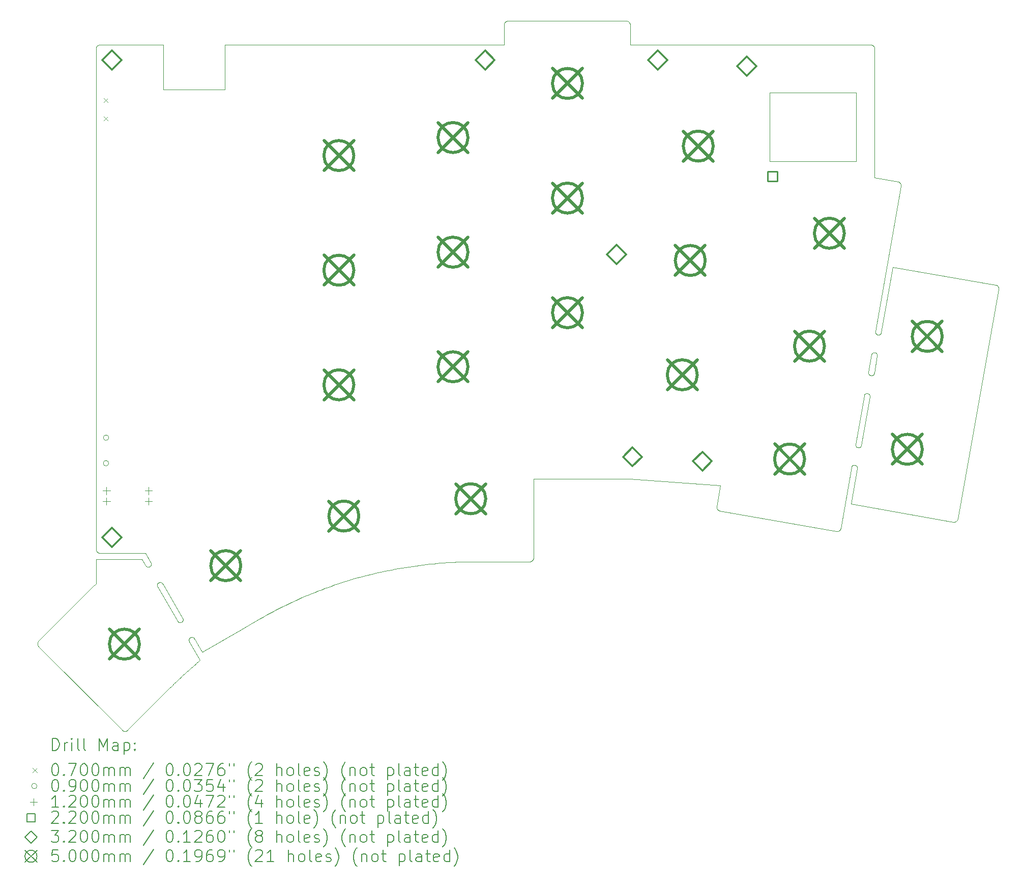
<source format=gbr>
%TF.GenerationSoftware,KiCad,Pcbnew,(6.0.9)*%
%TF.CreationDate,2022-12-21T13:42:33-08:00*%
%TF.ProjectId,klor1_3,6b6c6f72-315f-4332-9e6b-696361645f70,v1.3.0*%
%TF.SameCoordinates,Original*%
%TF.FileFunction,Drillmap*%
%TF.FilePolarity,Positive*%
%FSLAX45Y45*%
G04 Gerber Fmt 4.5, Leading zero omitted, Abs format (unit mm)*
G04 Created by KiCad (PCBNEW (6.0.9)) date 2022-12-21 13:42:33*
%MOMM*%
%LPD*%
G01*
G04 APERTURE LIST*
%ADD10C,0.010000*%
%ADD11C,0.100000*%
%ADD12C,0.200000*%
%ADD13C,0.070000*%
%ADD14C,0.090000*%
%ADD15C,0.120000*%
%ADD16C,0.220000*%
%ADD17C,0.320000*%
%ADD18C,0.500000*%
G04 APERTURE END LIST*
D10*
X9455910Y-14541851D02*
X9124478Y-13970660D01*
X21362772Y-8650123D02*
X21168849Y-9739616D01*
X9540530Y-14492489D02*
X9541791Y-14494502D01*
X9542928Y-14496572D01*
X9543942Y-14498694D01*
X9544834Y-14500863D01*
X9545605Y-14503072D01*
X9546256Y-14505318D01*
X9546786Y-14507595D01*
X9547197Y-14509898D01*
X9547488Y-14512221D01*
X9547662Y-14514560D01*
X9547719Y-14516909D01*
X9547658Y-14519263D01*
X9547481Y-14521618D01*
X9547189Y-14523967D01*
X9546782Y-14526305D01*
X9546260Y-14528629D01*
X9545625Y-14530931D01*
X9544877Y-14533208D01*
X9544016Y-14535454D01*
X9543044Y-14537664D01*
X9541961Y-14539832D01*
X9540767Y-14541954D01*
X9539464Y-14544024D01*
X9538051Y-14546038D01*
X9536530Y-14547989D01*
X9534902Y-14549873D01*
X9533166Y-14551685D01*
X9531323Y-14553420D01*
X9529375Y-14555072D01*
X9527321Y-14556636D01*
X9525163Y-14558107D01*
X9522901Y-14559480D01*
X21059547Y-7162206D02*
X21059547Y-5025529D01*
X9219676Y-5698969D02*
X9219676Y-4951485D01*
X15312379Y-13554607D02*
X15315994Y-13554515D01*
X15319563Y-13554241D01*
X15323081Y-13553791D01*
X15326545Y-13553168D01*
X15329949Y-13552377D01*
X15333289Y-13551423D01*
X15336561Y-13550310D01*
X15339760Y-13549043D01*
X15342881Y-13547626D01*
X15345920Y-13546064D01*
X15348873Y-13544361D01*
X15351735Y-13542521D01*
X15354501Y-13540550D01*
X15357168Y-13538452D01*
X15359729Y-13536232D01*
X15362182Y-13533893D01*
X15364521Y-13531440D01*
X15366742Y-13528878D01*
X15368840Y-13526212D01*
X15370811Y-13523446D01*
X15372650Y-13520584D01*
X15374353Y-13517631D01*
X15375915Y-13514592D01*
X15377332Y-13511470D01*
X15378599Y-13508271D01*
X15379712Y-13505000D01*
X15380666Y-13501659D01*
X15381457Y-13498255D01*
X15382080Y-13494792D01*
X15382530Y-13491273D01*
X15382804Y-13487704D01*
X15382896Y-13484090D01*
X23118655Y-9027390D02*
X23119864Y-9023776D01*
X23120851Y-9020205D01*
X23121622Y-9016683D01*
X23122181Y-9013211D01*
X23122533Y-9009794D01*
X23122683Y-9006434D01*
X23122638Y-9003135D01*
X23122401Y-8999900D01*
X23121978Y-8996732D01*
X23121375Y-8993634D01*
X23120596Y-8990610D01*
X23119646Y-8987663D01*
X23118532Y-8984795D01*
X23117257Y-8982011D01*
X23115827Y-8979314D01*
X23114247Y-8976706D01*
X23112523Y-8974192D01*
X23110660Y-8971773D01*
X23108662Y-8969454D01*
X23106535Y-8967237D01*
X23104284Y-8965127D01*
X23101914Y-8963125D01*
X23099430Y-8961236D01*
X23096838Y-8959463D01*
X23094143Y-8957808D01*
X23091350Y-8956275D01*
X23088464Y-8954867D01*
X23085489Y-8953588D01*
X23082433Y-8952441D01*
X23079299Y-8951428D01*
X23076092Y-8950554D01*
X23072818Y-8949821D01*
X14889275Y-4951485D02*
X10245704Y-4951485D01*
X10552455Y-14665256D02*
X10559407Y-14660639D01*
X10566379Y-14656042D01*
X10573370Y-14651466D01*
X10580380Y-14646911D01*
X10587408Y-14642376D01*
X10594453Y-14637862D01*
X10601515Y-14633368D01*
X10608594Y-14628896D01*
X10615687Y-14624443D01*
X10622796Y-14620012D01*
X10629919Y-14615601D01*
X10637055Y-14611211D01*
X10644205Y-14606842D01*
X10651366Y-14602493D01*
X10658539Y-14598165D01*
X10665724Y-14593857D01*
X10672918Y-14589570D01*
X10680122Y-14585304D01*
X10687336Y-14581059D01*
X10694557Y-14576834D01*
X10701787Y-14572630D01*
X10709023Y-14568446D01*
X10716266Y-14564283D01*
X10723515Y-14560141D01*
X10730769Y-14556019D01*
X10738027Y-14551919D01*
X10745289Y-14547838D01*
X10752555Y-14543779D01*
X10759823Y-14539740D01*
X10767093Y-14535722D01*
X10774364Y-14531724D01*
X10781636Y-14527747D01*
X21443867Y-7229197D02*
X21059547Y-7162206D01*
X20728115Y-11946811D02*
X20730728Y-11947213D01*
X20733277Y-11947754D01*
X20735758Y-11948430D01*
X20738169Y-11949235D01*
X20740509Y-11950163D01*
X20742773Y-11951211D01*
X20744960Y-11952372D01*
X20747067Y-11953642D01*
X20749091Y-11955015D01*
X20751030Y-11956486D01*
X20752881Y-11958050D01*
X20754642Y-11959702D01*
X20756310Y-11961437D01*
X20757882Y-11963249D01*
X20759356Y-11965133D01*
X20760729Y-11967084D01*
X20761999Y-11969098D01*
X20763164Y-11971168D01*
X20764219Y-11973290D01*
X20765164Y-11975458D01*
X20765995Y-11977668D01*
X20766710Y-11979914D01*
X20767306Y-11982191D01*
X20767781Y-11984493D01*
X20768132Y-11986817D01*
X20768356Y-11989155D01*
X20768451Y-11991505D01*
X20768415Y-11993859D01*
X20768244Y-11996213D01*
X20767936Y-11998562D01*
X20767489Y-12000901D01*
X20766900Y-12003225D01*
X8172493Y-4951485D02*
X8168558Y-4951577D01*
X8164689Y-4951851D01*
X8160889Y-4952301D01*
X8157164Y-4952924D01*
X8153515Y-4953715D01*
X8149948Y-4954669D01*
X8146467Y-4955782D01*
X8143074Y-4957049D01*
X8139774Y-4958466D01*
X8136571Y-4960029D01*
X8133469Y-4961732D01*
X8130472Y-4963571D01*
X8127583Y-4965542D01*
X8124806Y-4967640D01*
X8122145Y-4969861D01*
X8119605Y-4972200D01*
X8117188Y-4974652D01*
X8114900Y-4977214D01*
X8112743Y-4979880D01*
X8110721Y-4982646D01*
X8108839Y-4985508D01*
X8107101Y-4988461D01*
X8105509Y-4991501D01*
X8104069Y-4994622D01*
X8102784Y-4997821D01*
X8101657Y-5001093D01*
X8100693Y-5004433D01*
X8099896Y-5007837D01*
X8099269Y-5011301D01*
X8098816Y-5014819D01*
X8098542Y-5018388D01*
X8098450Y-5022003D01*
X9219676Y-4951485D02*
X8264165Y-4951485D01*
X9314875Y-15666603D02*
X9330431Y-15651088D01*
X9346029Y-15635615D01*
X9361668Y-15620184D01*
X9377349Y-15604797D01*
X9393071Y-15589454D01*
X9408834Y-15574155D01*
X9424638Y-15558901D01*
X9440484Y-15543693D01*
X9456371Y-15528532D01*
X9472299Y-15513418D01*
X9488269Y-15498352D01*
X9504280Y-15483334D01*
X9520332Y-15468365D01*
X9536426Y-15453445D01*
X9552561Y-15438577D01*
X9568737Y-15423759D01*
X9584955Y-15408993D01*
X9601214Y-15394279D01*
X9617514Y-15379618D01*
X9633856Y-15365010D01*
X9650239Y-15350457D01*
X9666663Y-15335959D01*
X9683128Y-15321516D01*
X9699635Y-15307130D01*
X9716183Y-15292800D01*
X9732773Y-15278528D01*
X9749404Y-15264313D01*
X9766076Y-15250158D01*
X9782789Y-15236062D01*
X9799544Y-15222026D01*
X9816340Y-15208051D01*
X9833178Y-15194137D01*
X8532132Y-16354148D02*
X8534817Y-16356709D01*
X8537579Y-16359106D01*
X8540414Y-16361337D01*
X8543315Y-16363403D01*
X8546279Y-16365304D01*
X8549300Y-16367039D01*
X8552372Y-16368609D01*
X8555491Y-16370014D01*
X8558651Y-16371254D01*
X8561847Y-16372328D01*
X8565074Y-16373237D01*
X8568327Y-16373981D01*
X8571601Y-16374559D01*
X8574890Y-16374972D01*
X8578189Y-16375220D01*
X8581494Y-16375303D01*
X8584799Y-16375220D01*
X8588098Y-16374972D01*
X8591387Y-16374559D01*
X8594661Y-16373981D01*
X8597914Y-16373237D01*
X8601141Y-16372328D01*
X8604337Y-16371254D01*
X8607497Y-16370014D01*
X8610616Y-16368609D01*
X8613688Y-16367039D01*
X8616709Y-16365304D01*
X8619672Y-16363403D01*
X8622574Y-16361337D01*
X8625409Y-16359106D01*
X8628171Y-16356709D01*
X8630856Y-16354148D01*
X9875488Y-15056628D02*
X10552455Y-14665256D01*
X9653358Y-14883860D02*
X9652098Y-14881536D01*
X9650961Y-14879195D01*
X9649946Y-14876840D01*
X9649054Y-14874474D01*
X9648283Y-14872100D01*
X9647633Y-14869721D01*
X9647103Y-14867341D01*
X9646692Y-14864963D01*
X9646400Y-14862591D01*
X9646226Y-14860226D01*
X9646170Y-14857874D01*
X9646231Y-14855536D01*
X9646408Y-14853216D01*
X9646700Y-14850918D01*
X9647107Y-14848644D01*
X9647629Y-14846398D01*
X9648264Y-14844182D01*
X9649012Y-14842001D01*
X9649873Y-14839858D01*
X9650845Y-14837755D01*
X9651928Y-14835696D01*
X9653122Y-14833684D01*
X9654425Y-14831723D01*
X9655837Y-14829815D01*
X9657358Y-14827964D01*
X9658987Y-14826173D01*
X9660723Y-14824445D01*
X9662565Y-14822784D01*
X9664514Y-14821192D01*
X9666567Y-14819674D01*
X9668726Y-14818231D01*
X9670988Y-14816869D01*
X20957297Y-10398954D02*
X21006659Y-10113359D01*
X16980116Y-12179518D02*
X18489188Y-12285294D01*
X21496755Y-7306766D02*
X21497313Y-7303461D01*
X21497671Y-7300162D01*
X21497834Y-7296873D01*
X21497808Y-7293599D01*
X21497599Y-7290346D01*
X21497212Y-7287119D01*
X21496653Y-7283923D01*
X21495928Y-7280763D01*
X21495043Y-7277644D01*
X21494004Y-7274572D01*
X21492817Y-7271551D01*
X21491486Y-7268588D01*
X21490019Y-7265686D01*
X21488421Y-7262851D01*
X21486698Y-7260089D01*
X21484855Y-7257404D01*
X21482898Y-7254802D01*
X21480834Y-7252287D01*
X21478668Y-7249866D01*
X21476405Y-7247542D01*
X21474052Y-7245322D01*
X21471615Y-7243211D01*
X21469098Y-7241213D01*
X21466509Y-7239334D01*
X21463853Y-7237579D01*
X21461135Y-7235953D01*
X21458362Y-7234461D01*
X21455539Y-7233108D01*
X21452672Y-7231901D01*
X21449767Y-7230843D01*
X21446830Y-7229940D01*
X21443867Y-7229197D01*
X21101857Y-10130988D02*
X21052495Y-10416583D01*
X8867089Y-13512297D02*
X8101976Y-13512297D01*
X9833178Y-15194137D02*
X9653358Y-14883860D01*
X9737979Y-14834498D02*
X9739172Y-14836566D01*
X9740611Y-14839059D01*
X9742565Y-14842445D01*
X9745000Y-14846662D01*
X9747880Y-14851651D01*
X9751171Y-14857349D01*
X9754837Y-14863697D01*
X9758844Y-14870633D01*
X9763158Y-14878098D01*
X9767742Y-14886030D01*
X9772563Y-14894369D01*
X9777585Y-14903054D01*
X9782774Y-14912024D01*
X9788094Y-14921219D01*
X9793512Y-14930578D01*
X9798991Y-14940040D01*
X9804497Y-14949545D01*
X9809996Y-14959032D01*
X9815452Y-14968440D01*
X9820830Y-14977708D01*
X9826097Y-14986777D01*
X9831216Y-14995584D01*
X9836153Y-15004070D01*
X9840873Y-15012174D01*
X9845341Y-15019835D01*
X9849523Y-15026992D01*
X9853383Y-15033586D01*
X9856886Y-15039554D01*
X9859999Y-15044836D01*
X9862685Y-15049373D01*
X9864911Y-15053102D01*
X20883253Y-10793851D02*
X20883655Y-10791238D01*
X20884197Y-10788690D01*
X20884872Y-10786209D01*
X20885677Y-10783797D01*
X20886606Y-10781458D01*
X20887654Y-10779193D01*
X20888815Y-10777007D01*
X20890085Y-10774900D01*
X20891458Y-10772876D01*
X20892929Y-10770937D01*
X20894493Y-10769085D01*
X20896145Y-10767325D01*
X20897879Y-10765657D01*
X20899691Y-10764085D01*
X20901576Y-10762610D01*
X20903527Y-10761237D01*
X20905540Y-10759967D01*
X20907611Y-10758803D01*
X20909733Y-10757747D01*
X20911901Y-10756802D01*
X20914111Y-10755971D01*
X20916356Y-10755256D01*
X20918633Y-10754660D01*
X20920936Y-10754185D01*
X20923259Y-10753835D01*
X20925598Y-10753610D01*
X20927947Y-10753515D01*
X20930302Y-10753552D01*
X20932656Y-10753723D01*
X20935005Y-10754030D01*
X20937344Y-10754477D01*
X20939667Y-10755067D01*
X20985504Y-4951485D02*
X20890305Y-4951485D01*
X21112435Y-9778401D02*
X21109822Y-9777999D01*
X21107273Y-9777457D01*
X21104792Y-9776782D01*
X21102381Y-9775977D01*
X21100041Y-9775048D01*
X21097777Y-9774000D01*
X21095590Y-9772839D01*
X21093483Y-9771569D01*
X21091459Y-9770196D01*
X21089520Y-9768725D01*
X21087669Y-9767161D01*
X21085908Y-9765509D01*
X21084240Y-9763775D01*
X21082668Y-9761963D01*
X21081194Y-9760078D01*
X21079821Y-9758127D01*
X21078550Y-9756114D01*
X21077386Y-9754043D01*
X21076330Y-9751921D01*
X21075386Y-9749753D01*
X21074555Y-9747543D01*
X21073840Y-9745298D01*
X21073244Y-9743021D01*
X21072769Y-9740718D01*
X21072418Y-9738395D01*
X21072194Y-9736056D01*
X21072099Y-9733707D01*
X21072135Y-9731352D01*
X21072306Y-9728998D01*
X21072614Y-9726649D01*
X21073061Y-9724310D01*
X21073650Y-9721987D01*
X8098450Y-13343055D02*
X8098542Y-13346670D01*
X8098816Y-13350238D01*
X8099266Y-13353757D01*
X8099889Y-13357220D01*
X8100680Y-13360625D01*
X8101634Y-13363965D01*
X8102747Y-13367237D01*
X8104014Y-13370436D01*
X8105431Y-13373557D01*
X8106993Y-13376596D01*
X8108696Y-13379549D01*
X8110535Y-13382411D01*
X8112506Y-13385177D01*
X8114605Y-13387844D01*
X8116825Y-13390405D01*
X8119164Y-13392858D01*
X8121617Y-13395197D01*
X8124178Y-13397418D01*
X8126845Y-13399516D01*
X8129611Y-13401487D01*
X8132473Y-13403326D01*
X8135426Y-13405029D01*
X8138465Y-13406591D01*
X8141586Y-13408008D01*
X8144785Y-13409275D01*
X8148057Y-13410388D01*
X8151397Y-13411342D01*
X8154802Y-13412133D01*
X8158265Y-13412756D01*
X8161784Y-13413207D01*
X8165352Y-13413480D01*
X8168967Y-13413573D01*
X8098450Y-5022003D02*
X8098450Y-13343055D01*
X9124478Y-13970660D02*
X9123217Y-13968336D01*
X9122080Y-13965995D01*
X9121066Y-13963640D01*
X9120174Y-13961274D01*
X9119403Y-13958900D01*
X9118753Y-13956521D01*
X9118223Y-13954141D01*
X9117812Y-13951763D01*
X9117520Y-13949391D01*
X9117346Y-13947026D01*
X9117290Y-13944674D01*
X9117350Y-13942336D01*
X9117527Y-13940016D01*
X9117820Y-13937718D01*
X9118227Y-13935444D01*
X9118748Y-13933197D01*
X9119384Y-13930982D01*
X9120132Y-13928801D01*
X9120992Y-13926658D01*
X9121964Y-13924555D01*
X9123048Y-13922496D01*
X9124241Y-13920484D01*
X9125545Y-13918523D01*
X9126957Y-13916615D01*
X9128478Y-13914764D01*
X9130107Y-13912973D01*
X9131843Y-13911245D01*
X9133685Y-13909584D01*
X9135633Y-13907992D01*
X9137687Y-13906474D01*
X9139845Y-13905031D01*
X9142107Y-13903668D01*
X7834009Y-14182212D02*
X7146465Y-14869757D01*
X14889275Y-4623579D02*
X14889275Y-4951485D01*
X18429248Y-12634355D02*
X18428999Y-12637650D01*
X18428912Y-12640920D01*
X18428983Y-12644161D01*
X18429207Y-12647371D01*
X18429580Y-12650544D01*
X18430100Y-12653677D01*
X18430762Y-12656766D01*
X18431562Y-12659808D01*
X18432496Y-12662797D01*
X18433561Y-12665732D01*
X18434752Y-12668607D01*
X18436066Y-12671418D01*
X18437498Y-12674163D01*
X18439046Y-12676836D01*
X18440704Y-12679435D01*
X18442470Y-12681954D01*
X18444339Y-12684392D01*
X18446307Y-12686742D01*
X18448371Y-12689003D01*
X18450527Y-12691169D01*
X18452771Y-12693236D01*
X18455098Y-12695202D01*
X18457505Y-12697062D01*
X18459989Y-12698812D01*
X18462545Y-12700449D01*
X18465169Y-12701968D01*
X18467858Y-12703366D01*
X18470608Y-12704638D01*
X18473414Y-12705782D01*
X18476274Y-12706792D01*
X18479182Y-12707666D01*
X18482136Y-12708398D01*
X16990693Y-4951485D02*
X16990693Y-4623579D01*
D11*
X20755397Y-5752018D02*
X20755397Y-6892018D01*
X19315397Y-6892018D01*
X19315397Y-5752018D01*
X20755397Y-5752018D01*
D10*
X20939667Y-10755067D02*
X20942280Y-10755469D01*
X20944829Y-10756010D01*
X20947310Y-10756686D01*
X20949721Y-10757491D01*
X20952061Y-10758420D01*
X20954325Y-10759467D01*
X20956512Y-10760628D01*
X20958619Y-10761898D01*
X20960643Y-10763271D01*
X20962582Y-10764742D01*
X20964433Y-10766306D01*
X20966194Y-10767958D01*
X20967862Y-10769693D01*
X20969434Y-10771505D01*
X20970908Y-10773389D01*
X20972281Y-10775340D01*
X20973552Y-10777354D01*
X20974716Y-10779424D01*
X20975772Y-10781546D01*
X20976716Y-10783714D01*
X20977547Y-10785924D01*
X20978262Y-10788170D01*
X20978859Y-10790447D01*
X20979333Y-10792749D01*
X20979684Y-10795073D01*
X20979908Y-10797412D01*
X20980003Y-10799761D01*
X20979967Y-10802115D01*
X20979796Y-10804469D01*
X20979488Y-10806818D01*
X20979041Y-10809157D01*
X20978452Y-10811481D01*
X20742219Y-11597750D02*
X20883253Y-10793851D01*
X8630856Y-16354148D02*
X9314875Y-15666603D01*
X21059547Y-5025529D02*
X21059454Y-5021604D01*
X21059180Y-5017763D01*
X21058728Y-5014009D01*
X21058101Y-5010344D01*
X21057303Y-5006769D01*
X21056339Y-5003286D01*
X21055213Y-4999898D01*
X21053927Y-4996605D01*
X21052487Y-4993411D01*
X21050896Y-4990317D01*
X21049157Y-4987325D01*
X21047275Y-4984437D01*
X21045254Y-4981655D01*
X21043097Y-4978980D01*
X21040808Y-4976416D01*
X21038392Y-4973963D01*
X21035851Y-4971623D01*
X21033191Y-4969399D01*
X21030414Y-4967293D01*
X21027525Y-4965306D01*
X21024527Y-4963441D01*
X21021425Y-4961699D01*
X21018222Y-4960082D01*
X21014923Y-4958592D01*
X21011530Y-4957231D01*
X21008048Y-4956002D01*
X21004481Y-4954905D01*
X21000833Y-4953944D01*
X20997107Y-4953119D01*
X20993308Y-4952433D01*
X20989439Y-4951888D01*
X20985504Y-4951485D01*
X20495408Y-12997520D02*
X20671701Y-11985595D01*
X21052495Y-10416583D02*
X21052093Y-10419196D01*
X21051552Y-10421745D01*
X21050876Y-10424226D01*
X21050071Y-10426637D01*
X21049142Y-10428977D01*
X21048095Y-10431241D01*
X21046933Y-10433428D01*
X21045664Y-10435535D01*
X21044291Y-10437559D01*
X21042820Y-10439498D01*
X21041256Y-10441349D01*
X21039604Y-10443110D01*
X21037869Y-10444778D01*
X21036057Y-10446350D01*
X21034173Y-10447824D01*
X21032221Y-10449198D01*
X21030208Y-10450468D01*
X21028138Y-10451632D01*
X21026016Y-10452688D01*
X21023847Y-10453632D01*
X21021638Y-10454464D01*
X21019392Y-10455178D01*
X21017115Y-10455775D01*
X21014812Y-10456249D01*
X21012489Y-10456600D01*
X21010150Y-10456824D01*
X21007801Y-10456919D01*
X21005447Y-10456883D01*
X21003093Y-10456712D01*
X21000743Y-10456404D01*
X20998405Y-10455957D01*
X20996081Y-10455368D01*
X9522901Y-14559480D02*
X9520578Y-14560740D01*
X9518236Y-14561877D01*
X9515881Y-14562892D01*
X9513515Y-14563784D01*
X9511141Y-14564555D01*
X9508762Y-14565205D01*
X9506383Y-14565735D01*
X9504005Y-14566146D01*
X9501632Y-14566438D01*
X9499268Y-14566612D01*
X9496915Y-14566668D01*
X9494577Y-14566607D01*
X9492257Y-14566431D01*
X9489959Y-14566138D01*
X9487685Y-14565731D01*
X9485439Y-14565209D01*
X9483224Y-14564574D01*
X9481043Y-14563826D01*
X9478899Y-14562966D01*
X9476796Y-14561993D01*
X9474737Y-14560910D01*
X9472725Y-14559717D01*
X9470764Y-14558413D01*
X9468856Y-14557001D01*
X9467005Y-14555480D01*
X9465214Y-14553851D01*
X9463486Y-14552115D01*
X9461825Y-14550273D01*
X9460233Y-14548324D01*
X9458715Y-14546271D01*
X9457272Y-14544113D01*
X9455910Y-14541851D01*
X10245704Y-4951485D02*
X10245704Y-5698969D01*
X15382896Y-12179518D02*
X16980116Y-12179518D01*
X14332187Y-13554607D02*
X15312379Y-13554607D01*
X21006659Y-10113359D02*
X21007061Y-10110746D01*
X21007602Y-10108197D01*
X21008278Y-10105716D01*
X21009083Y-10103304D01*
X21010012Y-10100965D01*
X21011059Y-10098701D01*
X21012220Y-10096514D01*
X21013490Y-10094407D01*
X21014863Y-10092383D01*
X21016334Y-10090444D01*
X21017898Y-10088593D01*
X21019550Y-10086832D01*
X21021285Y-10085164D01*
X21023097Y-10083592D01*
X21024981Y-10082118D01*
X21026932Y-10080744D01*
X21028946Y-10079474D01*
X21031016Y-10078310D01*
X21033138Y-10077254D01*
X21035306Y-10076309D01*
X21037516Y-10075478D01*
X21039762Y-10074763D01*
X21042039Y-10074167D01*
X21044341Y-10073692D01*
X21046665Y-10073342D01*
X21049004Y-10073117D01*
X21051353Y-10073022D01*
X21053707Y-10073059D01*
X21056061Y-10073230D01*
X21058410Y-10073537D01*
X21060749Y-10073985D01*
X21063073Y-10074574D01*
X22445213Y-12835330D02*
X23118655Y-9027390D01*
X9670988Y-14816869D02*
X9673311Y-14815608D01*
X9675652Y-14814471D01*
X9678008Y-14813457D01*
X9680374Y-14812565D01*
X9682748Y-14811794D01*
X9685126Y-14811143D01*
X9687506Y-14810613D01*
X9689884Y-14810203D01*
X9692257Y-14809911D01*
X9694621Y-14809737D01*
X9696974Y-14809681D01*
X9699312Y-14809741D01*
X9701631Y-14809918D01*
X9703930Y-14810210D01*
X9706204Y-14810618D01*
X9708450Y-14811139D01*
X9710665Y-14811774D01*
X9712846Y-14812522D01*
X9714990Y-14813383D01*
X9717093Y-14814355D01*
X9719152Y-14815438D01*
X9721163Y-14816632D01*
X9723125Y-14817935D01*
X9725033Y-14819348D01*
X9726884Y-14820869D01*
X9728675Y-14822498D01*
X9730402Y-14824233D01*
X9732064Y-14826076D01*
X9733655Y-14828024D01*
X9735174Y-14830078D01*
X9736616Y-14832236D01*
X9737979Y-14834498D01*
X21436815Y-7648776D02*
X21496755Y-7306766D01*
X18482136Y-12708398D02*
X20417839Y-13050408D01*
X20417839Y-13050408D02*
X20421143Y-13050977D01*
X20424443Y-13051363D01*
X20427732Y-13051572D01*
X20431005Y-13051606D01*
X20434258Y-13051470D01*
X20437486Y-13051167D01*
X20440682Y-13050702D01*
X20443842Y-13050077D01*
X20446960Y-13049298D01*
X20450033Y-13048368D01*
X20453053Y-13047290D01*
X20456017Y-13046069D01*
X20458919Y-13044709D01*
X20461753Y-13043213D01*
X20464516Y-13041586D01*
X20467201Y-13039830D01*
X20469803Y-13037951D01*
X20472317Y-13035951D01*
X20474739Y-13033836D01*
X20477062Y-13031608D01*
X20479282Y-13029271D01*
X20481394Y-13026830D01*
X20483392Y-13024288D01*
X20485271Y-13021650D01*
X20487026Y-13018918D01*
X20488652Y-13016098D01*
X20490144Y-13013192D01*
X20491496Y-13010205D01*
X20492704Y-13007140D01*
X20493762Y-13004002D01*
X20494665Y-13000794D01*
X20495408Y-12997520D01*
X14956266Y-4556588D02*
X14952972Y-4556680D01*
X14949703Y-4556953D01*
X14946466Y-4557401D01*
X14943264Y-4558020D01*
X14940104Y-4558804D01*
X14936991Y-4559749D01*
X14933929Y-4560848D01*
X14930924Y-4562097D01*
X14927981Y-4563491D01*
X14925105Y-4565024D01*
X14922301Y-4566691D01*
X14919575Y-4568488D01*
X14916932Y-4570408D01*
X14914376Y-4572447D01*
X14911913Y-4574600D01*
X14909548Y-4576861D01*
X14907287Y-4579226D01*
X14905134Y-4581689D01*
X14903095Y-4584245D01*
X14901174Y-4586888D01*
X14899378Y-4589614D01*
X14897711Y-4592418D01*
X14896177Y-4595294D01*
X14894784Y-4598237D01*
X14893535Y-4601242D01*
X14892435Y-4604304D01*
X14891491Y-4607418D01*
X14890707Y-4610578D01*
X14890088Y-4613779D01*
X14889640Y-4617016D01*
X14889367Y-4620285D01*
X14889275Y-4623579D01*
X23072818Y-8949821D02*
X21362772Y-8650123D01*
X7146465Y-14869757D02*
X7143903Y-14872441D01*
X7141507Y-14875204D01*
X7139275Y-14878038D01*
X7137209Y-14880940D01*
X7135309Y-14883904D01*
X7133573Y-14886925D01*
X7132003Y-14889997D01*
X7130598Y-14893115D01*
X7129359Y-14896275D01*
X7128285Y-14899472D01*
X7127376Y-14902699D01*
X7126632Y-14905952D01*
X7126053Y-14909225D01*
X7125640Y-14912515D01*
X7125392Y-14915814D01*
X7125310Y-14919119D01*
X7125392Y-14922423D01*
X7125640Y-14925723D01*
X7126053Y-14929012D01*
X7126632Y-14932286D01*
X7127376Y-14935539D01*
X7128285Y-14938766D01*
X7129359Y-14941962D01*
X7130598Y-14945122D01*
X7132003Y-14948241D01*
X7133573Y-14951313D01*
X7135309Y-14954334D01*
X7137209Y-14957297D01*
X7139275Y-14960199D01*
X7141507Y-14963034D01*
X7143903Y-14965796D01*
X7146465Y-14968481D01*
X8994021Y-13635702D02*
X8991697Y-13636962D01*
X8989356Y-13638099D01*
X8987001Y-13639114D01*
X8984634Y-13640006D01*
X8982260Y-13640777D01*
X8979882Y-13641427D01*
X8977502Y-13641958D01*
X8975124Y-13642368D01*
X8972752Y-13642660D01*
X8970387Y-13642834D01*
X8968035Y-13642890D01*
X8965697Y-13642830D01*
X8963377Y-13642653D01*
X8961078Y-13642361D01*
X8958805Y-13641953D01*
X8956558Y-13641432D01*
X8954343Y-13640797D01*
X8952162Y-13640048D01*
X8950019Y-13639188D01*
X8947916Y-13638216D01*
X8945857Y-13637132D01*
X8943845Y-13635939D01*
X8941884Y-13634636D01*
X8939976Y-13633223D01*
X8938125Y-13631702D01*
X8936334Y-13630073D01*
X8934606Y-13628337D01*
X8932945Y-13626495D01*
X8931353Y-13624547D01*
X8929835Y-13622493D01*
X8928392Y-13620335D01*
X8927029Y-13618073D01*
X8919977Y-13413573D02*
X9011650Y-13568711D01*
X8927029Y-13618073D02*
X8867089Y-13512297D01*
X10781636Y-14527747D02*
X10833655Y-14497885D01*
X10885907Y-14468460D01*
X10938380Y-14439477D01*
X10991061Y-14410939D01*
X11043935Y-14382851D01*
X11096989Y-14355215D01*
X11150210Y-14328037D01*
X11203584Y-14301320D01*
X11257097Y-14275068D01*
X11310736Y-14249284D01*
X11364488Y-14223973D01*
X11418338Y-14199139D01*
X11472274Y-14174785D01*
X11526281Y-14150915D01*
X11580346Y-14127533D01*
X11634456Y-14104643D01*
X11688597Y-14082249D01*
X11742755Y-14060354D01*
X11796917Y-14038963D01*
X11851070Y-14018080D01*
X11905199Y-13997708D01*
X11959292Y-13977851D01*
X12013334Y-13958513D01*
X12067312Y-13939698D01*
X12121212Y-13921410D01*
X12175022Y-13903653D01*
X12228727Y-13886430D01*
X12282314Y-13869745D01*
X12335769Y-13853603D01*
X12389079Y-13838007D01*
X12442230Y-13822962D01*
X12495209Y-13808470D01*
X20671701Y-11985595D02*
X20672103Y-11982982D01*
X20672645Y-11980434D01*
X20673320Y-11977952D01*
X20674125Y-11975541D01*
X20675054Y-11973202D01*
X20676102Y-11970937D01*
X20677263Y-11968750D01*
X20678533Y-11966644D01*
X20679906Y-11964619D01*
X20681377Y-11962680D01*
X20682941Y-11960829D01*
X20684593Y-11959068D01*
X20686327Y-11957401D01*
X20688139Y-11955828D01*
X20690023Y-11954354D01*
X20691975Y-11952981D01*
X20693988Y-11951711D01*
X20696059Y-11950546D01*
X20698180Y-11949491D01*
X20700349Y-11948546D01*
X20702559Y-11947715D01*
X20704804Y-11947000D01*
X20707081Y-11946404D01*
X20709384Y-11945929D01*
X20711707Y-11945578D01*
X20714046Y-11945354D01*
X20716395Y-11945259D01*
X20718749Y-11945296D01*
X20721104Y-11945466D01*
X20723453Y-11945774D01*
X20725792Y-11946221D01*
X20728115Y-11946811D01*
X12495209Y-13808470D02*
X12553095Y-13793171D01*
X12611053Y-13778348D01*
X12669073Y-13764000D01*
X12727145Y-13750128D01*
X12785258Y-13736730D01*
X12843403Y-13723808D01*
X12901567Y-13711360D01*
X12959742Y-13699388D01*
X13017918Y-13687891D01*
X13076082Y-13676869D01*
X13134227Y-13666323D01*
X13192340Y-13656251D01*
X13250412Y-13646655D01*
X13308432Y-13637534D01*
X13366390Y-13628888D01*
X13424276Y-13620717D01*
X13482079Y-13613022D01*
X13539789Y-13605801D01*
X13597396Y-13599056D01*
X13654890Y-13592786D01*
X13712259Y-13586991D01*
X13769494Y-13581671D01*
X13826585Y-13576826D01*
X13883520Y-13572457D01*
X13940291Y-13568563D01*
X13996885Y-13565144D01*
X14053294Y-13562200D01*
X14109507Y-13559731D01*
X14165512Y-13557737D01*
X14221301Y-13556219D01*
X14276863Y-13555175D01*
X14332187Y-13554607D01*
X20978452Y-10811481D02*
X20837417Y-11615379D01*
X8101976Y-13512297D02*
X8101976Y-13917772D01*
X20996081Y-10455368D02*
X20993468Y-10454966D01*
X20990920Y-10454424D01*
X20988439Y-10453749D01*
X20986027Y-10452944D01*
X20983688Y-10452015D01*
X20981423Y-10450967D01*
X20979236Y-10449806D01*
X20977130Y-10448536D01*
X20975105Y-10447163D01*
X20973166Y-10445692D01*
X20971315Y-10444128D01*
X20969555Y-10442476D01*
X20967887Y-10440742D01*
X20966314Y-10438930D01*
X20964840Y-10437045D01*
X20963467Y-10435094D01*
X20962197Y-10433081D01*
X20961032Y-10431010D01*
X20959977Y-10428888D01*
X20959032Y-10426720D01*
X20958201Y-10424510D01*
X20957486Y-10422264D01*
X20956890Y-10419988D01*
X20956415Y-10417685D01*
X20956064Y-10415362D01*
X20955840Y-10413023D01*
X20955745Y-10410674D01*
X20955782Y-10408319D01*
X20955952Y-10405965D01*
X20956260Y-10403616D01*
X20956707Y-10401277D01*
X20957297Y-10398954D01*
X8264165Y-4951485D02*
X8172493Y-4951485D01*
X7146465Y-14968481D02*
X8532132Y-16354148D01*
X21073650Y-9721987D02*
X21436815Y-7648776D01*
X9142107Y-13903668D02*
X9144431Y-13902408D01*
X9146772Y-13901271D01*
X9149127Y-13900256D01*
X9151493Y-13899364D01*
X9153867Y-13898593D01*
X9156246Y-13897943D01*
X9158626Y-13897413D01*
X9161004Y-13897002D01*
X9163376Y-13896710D01*
X9165741Y-13896536D01*
X9168093Y-13896480D01*
X9170431Y-13896541D01*
X9172751Y-13896717D01*
X9175049Y-13897010D01*
X9177323Y-13897417D01*
X9179570Y-13897939D01*
X9181785Y-13898574D01*
X9183966Y-13899322D01*
X9186109Y-13900182D01*
X9188212Y-13901155D01*
X9190271Y-13902238D01*
X9192283Y-13903431D01*
X9194244Y-13904735D01*
X9196152Y-13906147D01*
X9198003Y-13907668D01*
X9199794Y-13909297D01*
X9201522Y-13911033D01*
X9203183Y-13912875D01*
X9204775Y-13914824D01*
X9206293Y-13916877D01*
X9207736Y-13919035D01*
X9209099Y-13921298D01*
X16990693Y-4623579D02*
X16990601Y-4620285D01*
X16990328Y-4617016D01*
X16989880Y-4613779D01*
X16989261Y-4610578D01*
X16988477Y-4607418D01*
X16987532Y-4604304D01*
X16986433Y-4601242D01*
X16985184Y-4598237D01*
X16983790Y-4595294D01*
X16982257Y-4592418D01*
X16980590Y-4589614D01*
X16978793Y-4586888D01*
X16976873Y-4584245D01*
X16974834Y-4581689D01*
X16972681Y-4579226D01*
X16970419Y-4576862D01*
X16968055Y-4574600D01*
X16965592Y-4572447D01*
X16963036Y-4570408D01*
X16960393Y-4568488D01*
X16957667Y-4566691D01*
X16954863Y-4565024D01*
X16951987Y-4563491D01*
X16949044Y-4562097D01*
X16946039Y-4560848D01*
X16942977Y-4559749D01*
X16939863Y-4558804D01*
X16936703Y-4558020D01*
X16933502Y-4557401D01*
X16930264Y-4556953D01*
X16926996Y-4556680D01*
X16923702Y-4556588D01*
X20837417Y-11615379D02*
X20837015Y-11617992D01*
X20836473Y-11620540D01*
X20835798Y-11623021D01*
X20834993Y-11625433D01*
X20834064Y-11627772D01*
X20833016Y-11630037D01*
X20831855Y-11632223D01*
X20830586Y-11634330D01*
X20829213Y-11636354D01*
X20827741Y-11638293D01*
X20826177Y-11640145D01*
X20824525Y-11641905D01*
X20822791Y-11643573D01*
X20820979Y-11645146D01*
X20819095Y-11646620D01*
X20817143Y-11647993D01*
X20815130Y-11649263D01*
X20813059Y-11650427D01*
X20810938Y-11651483D01*
X20808769Y-11652428D01*
X20806559Y-11653259D01*
X20804314Y-11653974D01*
X20802037Y-11654570D01*
X20799734Y-11655045D01*
X20797411Y-11655396D01*
X20795072Y-11655620D01*
X20792723Y-11655715D01*
X20790369Y-11655678D01*
X20788014Y-11655508D01*
X20785665Y-11655200D01*
X20783326Y-11654753D01*
X20781003Y-11654164D01*
X22367645Y-12891744D02*
X22371259Y-12892312D01*
X22374830Y-12892698D01*
X22378352Y-12892905D01*
X22381824Y-12892935D01*
X22385241Y-12892792D01*
X22388601Y-12892480D01*
X22391900Y-12892001D01*
X22395135Y-12891358D01*
X22398303Y-12890556D01*
X22401401Y-12889596D01*
X22404425Y-12888483D01*
X22407372Y-12887219D01*
X22410240Y-12885809D01*
X22413024Y-12884254D01*
X22415721Y-12882558D01*
X22418329Y-12880725D01*
X22420843Y-12878758D01*
X22423262Y-12876660D01*
X22425581Y-12874434D01*
X22427798Y-12872083D01*
X22429908Y-12869611D01*
X22431910Y-12867020D01*
X22433799Y-12864315D01*
X22435572Y-12861498D01*
X22437227Y-12858573D01*
X22438760Y-12855542D01*
X22440167Y-12852410D01*
X22441447Y-12849179D01*
X22442594Y-12845852D01*
X22443606Y-12842432D01*
X22444481Y-12838924D01*
X22445213Y-12835330D01*
X9209099Y-13921298D02*
X9540530Y-14492489D01*
X21063073Y-10074574D02*
X21065365Y-10074976D01*
X21067614Y-10075517D01*
X21069817Y-10076193D01*
X21071970Y-10076998D01*
X21074072Y-10077927D01*
X21076119Y-10078974D01*
X21078110Y-10080135D01*
X21080041Y-10081405D01*
X21081910Y-10082778D01*
X21083715Y-10084249D01*
X21085452Y-10085813D01*
X21087120Y-10087465D01*
X21088716Y-10089200D01*
X21090236Y-10091012D01*
X21091679Y-10092896D01*
X21093043Y-10094847D01*
X21094323Y-10096861D01*
X21095518Y-10098931D01*
X21096626Y-10101053D01*
X21097643Y-10103221D01*
X21098567Y-10105431D01*
X21099395Y-10107677D01*
X21100126Y-10109954D01*
X21100755Y-10112256D01*
X21101282Y-10114580D01*
X21101702Y-10116919D01*
X21102014Y-10119268D01*
X21102215Y-10121622D01*
X21102303Y-10123976D01*
X21102274Y-10126326D01*
X21102126Y-10128664D01*
X21101857Y-10130988D01*
X8101976Y-13917772D02*
X8093382Y-13925725D01*
X8084789Y-13933718D01*
X8076198Y-13941749D01*
X8067612Y-13949814D01*
X8059031Y-13957914D01*
X8050456Y-13966045D01*
X8041889Y-13974206D01*
X8033331Y-13982394D01*
X8024784Y-13990609D01*
X8016248Y-13998847D01*
X8007725Y-14007107D01*
X7999216Y-14015387D01*
X7990722Y-14023686D01*
X7982246Y-14032000D01*
X7973787Y-14040329D01*
X7965348Y-14048670D01*
X7956930Y-14057021D01*
X7948533Y-14065381D01*
X7940160Y-14073747D01*
X7931811Y-14082117D01*
X7923488Y-14090490D01*
X7915192Y-14098864D01*
X7906925Y-14107237D01*
X7898687Y-14115606D01*
X7890480Y-14123970D01*
X7882306Y-14132327D01*
X7874165Y-14140675D01*
X7866059Y-14149012D01*
X7857989Y-14157336D01*
X7849957Y-14165646D01*
X7841963Y-14173938D01*
X7834009Y-14182212D01*
X20781003Y-11654164D02*
X20778700Y-11653762D01*
X20776423Y-11653220D01*
X20774175Y-11652544D01*
X20771961Y-11651739D01*
X20769786Y-11650811D01*
X20767654Y-11649763D01*
X20765570Y-11648602D01*
X20763539Y-11647332D01*
X20761564Y-11645959D01*
X20759651Y-11644488D01*
X20757803Y-11642924D01*
X20756026Y-11641272D01*
X20754323Y-11639538D01*
X20752700Y-11637725D01*
X20751161Y-11635841D01*
X20749711Y-11633890D01*
X20748353Y-11631876D01*
X20747093Y-11629806D01*
X20745935Y-11627684D01*
X20744884Y-11625516D01*
X20743943Y-11623306D01*
X20743118Y-11621060D01*
X20742413Y-11618783D01*
X20741833Y-11616481D01*
X20741382Y-11614157D01*
X20741064Y-11611819D01*
X20740885Y-11609469D01*
X20740848Y-11607115D01*
X20740959Y-11604761D01*
X20741221Y-11602412D01*
X20741639Y-11600073D01*
X20742219Y-11597750D01*
X20890305Y-4951485D02*
X16990693Y-4951485D01*
X10245704Y-5698969D02*
X9219676Y-5698969D01*
X8168967Y-13413573D02*
X8919977Y-13413573D01*
X20664649Y-12588519D02*
X22367645Y-12891744D01*
X16923702Y-4556588D02*
X14956266Y-4556588D01*
X15382896Y-13484090D02*
X15382896Y-12179518D01*
X9011650Y-13568711D02*
X9012910Y-13571034D01*
X9014047Y-13573375D01*
X9015062Y-13575731D01*
X9015954Y-13578097D01*
X9016725Y-13580471D01*
X9017375Y-13582849D01*
X9017905Y-13585229D01*
X9018316Y-13587607D01*
X9018608Y-13589980D01*
X9018782Y-13592344D01*
X9018838Y-13594697D01*
X9018778Y-13597035D01*
X9018601Y-13599354D01*
X9018308Y-13601653D01*
X9017901Y-13603927D01*
X9017380Y-13606173D01*
X9016744Y-13608388D01*
X9015996Y-13610569D01*
X9015136Y-13612713D01*
X9014164Y-13614816D01*
X9013080Y-13616874D01*
X9011887Y-13618886D01*
X9010583Y-13620848D01*
X9009171Y-13622756D01*
X9007650Y-13624607D01*
X9006021Y-13626398D01*
X9004285Y-13628125D01*
X9002443Y-13629787D01*
X9000494Y-13631378D01*
X8998441Y-13632897D01*
X8996283Y-13634339D01*
X8994021Y-13635702D01*
X20766900Y-12003225D02*
X20664649Y-12588519D01*
X9864911Y-15053102D02*
X9865902Y-15054003D01*
X9866894Y-15054736D01*
X9867885Y-15055318D01*
X9868877Y-15055767D01*
X9869869Y-15056099D01*
X9870860Y-15056332D01*
X9871852Y-15056484D01*
X9873174Y-15056591D01*
X9874496Y-15056625D01*
X9875488Y-15056628D01*
X18489188Y-12285294D02*
X18429248Y-12634355D01*
X21168849Y-9739616D02*
X21168447Y-9742229D01*
X21167905Y-9744778D01*
X21167230Y-9747259D01*
X21166425Y-9749671D01*
X21165496Y-9752010D01*
X21164448Y-9754274D01*
X21163287Y-9756461D01*
X21162017Y-9758568D01*
X21160644Y-9760592D01*
X21159173Y-9762531D01*
X21157609Y-9764382D01*
X21155957Y-9766143D01*
X21154223Y-9767811D01*
X21152411Y-9769383D01*
X21150526Y-9770857D01*
X21148575Y-9772230D01*
X21146562Y-9773501D01*
X21144491Y-9774665D01*
X21142369Y-9775721D01*
X21140201Y-9776665D01*
X21137991Y-9777496D01*
X21135746Y-9778211D01*
X21133469Y-9778807D01*
X21131166Y-9779282D01*
X21128843Y-9779633D01*
X21126504Y-9779857D01*
X21124155Y-9779952D01*
X21121800Y-9779916D01*
X21119446Y-9779745D01*
X21117097Y-9779437D01*
X21114758Y-9778990D01*
X21112435Y-9778401D01*
D12*
D13*
X8225519Y-6144641D02*
X8295519Y-6214641D01*
X8295519Y-6144641D02*
X8225519Y-6214641D01*
X8230519Y-5844641D02*
X8300519Y-5914641D01*
X8300519Y-5844641D02*
X8230519Y-5914641D01*
D14*
X8311396Y-11490519D02*
G75*
G03*
X8311396Y-11490519I-45000J0D01*
G01*
X8311396Y-11915519D02*
G75*
G03*
X8311396Y-11915519I-45000J0D01*
G01*
D15*
X8275396Y-12314518D02*
X8275396Y-12434518D01*
X8215396Y-12374518D02*
X8335396Y-12374518D01*
X8275396Y-12489518D02*
X8275396Y-12609518D01*
X8215396Y-12549518D02*
X8335396Y-12549518D01*
X8975397Y-12314518D02*
X8975397Y-12434518D01*
X8915397Y-12374518D02*
X9035397Y-12374518D01*
X8975397Y-12489518D02*
X8975397Y-12609518D01*
X8915397Y-12549518D02*
X9035397Y-12549518D01*
D16*
X19438179Y-7219800D02*
X19438179Y-7064235D01*
X19282614Y-7064235D01*
X19282614Y-7219800D01*
X19438179Y-7219800D01*
D17*
X8367396Y-5369018D02*
X8527397Y-5209018D01*
X8367396Y-5049018D01*
X8207396Y-5209018D01*
X8367396Y-5369018D01*
X8367396Y-13312018D02*
X8527397Y-13152018D01*
X8367396Y-12992018D01*
X8207396Y-13152018D01*
X8367396Y-13312018D01*
X14575396Y-5369018D02*
X14735396Y-5209018D01*
X14575396Y-5049018D01*
X14415396Y-5209018D01*
X14575396Y-5369018D01*
X16765396Y-8602018D02*
X16925397Y-8442018D01*
X16765396Y-8282018D01*
X16605396Y-8442018D01*
X16765396Y-8602018D01*
X17030396Y-11968018D02*
X17190396Y-11808018D01*
X17030396Y-11648018D01*
X16870396Y-11808018D01*
X17030396Y-11968018D01*
X17450397Y-5369018D02*
X17610397Y-5209018D01*
X17450397Y-5049018D01*
X17290397Y-5209018D01*
X17450397Y-5369018D01*
X18191397Y-12044018D02*
X18351397Y-11884018D01*
X18191397Y-11724018D01*
X18031397Y-11884018D01*
X18191397Y-12044018D01*
X18934397Y-5470018D02*
X19094397Y-5310018D01*
X18934397Y-5150018D01*
X18774397Y-5310018D01*
X18934397Y-5470018D01*
D18*
X8322612Y-14676401D02*
X8822612Y-15176401D01*
X8822612Y-14676401D02*
X8322612Y-15176401D01*
X8822612Y-14926401D02*
G75*
G03*
X8822612Y-14926401I-250000J0D01*
G01*
X10010112Y-13370192D02*
X10510112Y-13870192D01*
X10510112Y-13370192D02*
X10010112Y-13870192D01*
X10510112Y-13620192D02*
G75*
G03*
X10510112Y-13620192I-250000J0D01*
G01*
X11892193Y-8454544D02*
X12392193Y-8954544D01*
X12392193Y-8454544D02*
X11892193Y-8954544D01*
X12392193Y-8704544D02*
G75*
G03*
X12392193Y-8704544I-250000J0D01*
G01*
X11892193Y-6547284D02*
X12392193Y-7047284D01*
X12392193Y-6547284D02*
X11892193Y-7047284D01*
X12392193Y-6797284D02*
G75*
G03*
X12392193Y-6797284I-250000J0D01*
G01*
X11892193Y-10361804D02*
X12392193Y-10861804D01*
X12392193Y-10361804D02*
X11892193Y-10861804D01*
X12392193Y-10611804D02*
G75*
G03*
X12392193Y-10611804I-250000J0D01*
G01*
X11975112Y-12544912D02*
X12475112Y-13044912D01*
X12475112Y-12544912D02*
X11975112Y-13044912D01*
X12475112Y-12794912D02*
G75*
G03*
X12475112Y-12794912I-250000J0D01*
G01*
X13791536Y-10061804D02*
X14291536Y-10561804D01*
X14291536Y-10061804D02*
X13791536Y-10561804D01*
X14291536Y-10311804D02*
G75*
G03*
X14291536Y-10311804I-250000J0D01*
G01*
X13791536Y-6247284D02*
X14291536Y-6747284D01*
X14291536Y-6247284D02*
X13791536Y-6747284D01*
X14291536Y-6497284D02*
G75*
G03*
X14291536Y-6497284I-250000J0D01*
G01*
X13791536Y-8154544D02*
X14291536Y-8654544D01*
X14291536Y-8154544D02*
X13791536Y-8654544D01*
X14291536Y-8404544D02*
G75*
G03*
X14291536Y-8404544I-250000J0D01*
G01*
X14086536Y-12256804D02*
X14586536Y-12756804D01*
X14586536Y-12256804D02*
X14086536Y-12756804D01*
X14586536Y-12506804D02*
G75*
G03*
X14586536Y-12506804I-250000J0D01*
G01*
X15696536Y-5347285D02*
X16196536Y-5847284D01*
X16196536Y-5347285D02*
X15696536Y-5847284D01*
X16196536Y-5597284D02*
G75*
G03*
X16196536Y-5597284I-250000J0D01*
G01*
X15696536Y-7254544D02*
X16196536Y-7754544D01*
X16196536Y-7254544D02*
X15696536Y-7754544D01*
X16196536Y-7504544D02*
G75*
G03*
X16196536Y-7504544I-250000J0D01*
G01*
X15696536Y-9161804D02*
X16196536Y-9661804D01*
X16196536Y-9161804D02*
X15696536Y-9661804D01*
X16196536Y-9411804D02*
G75*
G03*
X16196536Y-9411804I-250000J0D01*
G01*
X17607612Y-10194934D02*
X18107612Y-10694934D01*
X18107612Y-10194934D02*
X17607612Y-10694934D01*
X18107612Y-10444934D02*
G75*
G03*
X18107612Y-10444934I-250000J0D01*
G01*
X17740656Y-8292320D02*
X18240656Y-8792320D01*
X18240656Y-8292320D02*
X17740656Y-8792320D01*
X18240656Y-8542320D02*
G75*
G03*
X18240656Y-8542320I-250000J0D01*
G01*
X17873699Y-6389706D02*
X18373699Y-6889706D01*
X18373699Y-6389706D02*
X17873699Y-6889706D01*
X18373699Y-6639706D02*
G75*
G03*
X18373699Y-6639706I-250000J0D01*
G01*
X19393411Y-11596058D02*
X19893411Y-12096058D01*
X19893411Y-11596058D02*
X19393411Y-12096058D01*
X19893411Y-11846058D02*
G75*
G03*
X19893411Y-11846058I-250000J0D01*
G01*
X19724603Y-9717774D02*
X20224603Y-10217774D01*
X20224603Y-9717774D02*
X19724603Y-10217774D01*
X20224603Y-9967774D02*
G75*
G03*
X20224603Y-9967774I-250000J0D01*
G01*
X20055795Y-7839489D02*
X20555795Y-8339489D01*
X20555795Y-7839489D02*
X20055795Y-8339489D01*
X20555795Y-8089489D02*
G75*
G03*
X20555795Y-8089489I-250000J0D01*
G01*
X21353635Y-11433985D02*
X21853635Y-11933985D01*
X21853635Y-11433985D02*
X21353635Y-11933985D01*
X21853635Y-11683985D02*
G75*
G03*
X21853635Y-11683985I-250000J0D01*
G01*
X21684827Y-9555701D02*
X22184827Y-10055701D01*
X22184827Y-9555701D02*
X21684827Y-10055701D01*
X22184827Y-9805701D02*
G75*
G03*
X22184827Y-9805701I-250000J0D01*
G01*
D12*
X7375377Y-16693331D02*
X7375377Y-16493331D01*
X7422996Y-16493331D01*
X7451567Y-16502855D01*
X7470615Y-16521902D01*
X7480139Y-16540950D01*
X7489663Y-16579045D01*
X7489663Y-16607617D01*
X7480139Y-16645712D01*
X7470615Y-16664760D01*
X7451567Y-16683807D01*
X7422996Y-16693331D01*
X7375377Y-16693331D01*
X7575377Y-16693331D02*
X7575377Y-16559998D01*
X7575377Y-16598093D02*
X7584901Y-16579045D01*
X7594424Y-16569521D01*
X7613472Y-16559998D01*
X7632520Y-16559998D01*
X7699186Y-16693331D02*
X7699186Y-16559998D01*
X7699186Y-16493331D02*
X7689663Y-16502855D01*
X7699186Y-16512379D01*
X7708710Y-16502855D01*
X7699186Y-16493331D01*
X7699186Y-16512379D01*
X7822996Y-16693331D02*
X7803948Y-16683807D01*
X7794424Y-16664760D01*
X7794424Y-16493331D01*
X7927758Y-16693331D02*
X7908710Y-16683807D01*
X7899186Y-16664760D01*
X7899186Y-16493331D01*
X8156329Y-16693331D02*
X8156329Y-16493331D01*
X8222996Y-16636188D01*
X8289663Y-16493331D01*
X8289663Y-16693331D01*
X8470615Y-16693331D02*
X8470615Y-16588569D01*
X8461091Y-16569521D01*
X8442044Y-16559998D01*
X8403948Y-16559998D01*
X8384901Y-16569521D01*
X8470615Y-16683807D02*
X8451567Y-16693331D01*
X8403948Y-16693331D01*
X8384901Y-16683807D01*
X8375377Y-16664760D01*
X8375377Y-16645712D01*
X8384901Y-16626664D01*
X8403948Y-16617141D01*
X8451567Y-16617141D01*
X8470615Y-16607617D01*
X8565853Y-16559998D02*
X8565853Y-16759998D01*
X8565853Y-16569521D02*
X8584901Y-16559998D01*
X8622996Y-16559998D01*
X8642044Y-16569521D01*
X8651567Y-16579045D01*
X8661091Y-16598093D01*
X8661091Y-16655236D01*
X8651567Y-16674283D01*
X8642044Y-16683807D01*
X8622996Y-16693331D01*
X8584901Y-16693331D01*
X8565853Y-16683807D01*
X8746806Y-16674283D02*
X8756329Y-16683807D01*
X8746806Y-16693331D01*
X8737282Y-16683807D01*
X8746806Y-16674283D01*
X8746806Y-16693331D01*
X8746806Y-16569521D02*
X8756329Y-16579045D01*
X8746806Y-16588569D01*
X8737282Y-16579045D01*
X8746806Y-16569521D01*
X8746806Y-16588569D01*
D13*
X7047758Y-16987855D02*
X7117758Y-17057855D01*
X7117758Y-16987855D02*
X7047758Y-17057855D01*
D12*
X7413472Y-16913331D02*
X7432520Y-16913331D01*
X7451567Y-16922855D01*
X7461091Y-16932379D01*
X7470615Y-16951426D01*
X7480139Y-16989522D01*
X7480139Y-17037141D01*
X7470615Y-17075236D01*
X7461091Y-17094283D01*
X7451567Y-17103807D01*
X7432520Y-17113331D01*
X7413472Y-17113331D01*
X7394424Y-17103807D01*
X7384901Y-17094283D01*
X7375377Y-17075236D01*
X7365853Y-17037141D01*
X7365853Y-16989522D01*
X7375377Y-16951426D01*
X7384901Y-16932379D01*
X7394424Y-16922855D01*
X7413472Y-16913331D01*
X7565853Y-17094283D02*
X7575377Y-17103807D01*
X7565853Y-17113331D01*
X7556329Y-17103807D01*
X7565853Y-17094283D01*
X7565853Y-17113331D01*
X7642044Y-16913331D02*
X7775377Y-16913331D01*
X7689663Y-17113331D01*
X7889663Y-16913331D02*
X7908710Y-16913331D01*
X7927758Y-16922855D01*
X7937282Y-16932379D01*
X7946805Y-16951426D01*
X7956329Y-16989522D01*
X7956329Y-17037141D01*
X7946805Y-17075236D01*
X7937282Y-17094283D01*
X7927758Y-17103807D01*
X7908710Y-17113331D01*
X7889663Y-17113331D01*
X7870615Y-17103807D01*
X7861091Y-17094283D01*
X7851567Y-17075236D01*
X7842044Y-17037141D01*
X7842044Y-16989522D01*
X7851567Y-16951426D01*
X7861091Y-16932379D01*
X7870615Y-16922855D01*
X7889663Y-16913331D01*
X8080139Y-16913331D02*
X8099186Y-16913331D01*
X8118234Y-16922855D01*
X8127758Y-16932379D01*
X8137282Y-16951426D01*
X8146805Y-16989522D01*
X8146805Y-17037141D01*
X8137282Y-17075236D01*
X8127758Y-17094283D01*
X8118234Y-17103807D01*
X8099186Y-17113331D01*
X8080139Y-17113331D01*
X8061091Y-17103807D01*
X8051567Y-17094283D01*
X8042044Y-17075236D01*
X8032520Y-17037141D01*
X8032520Y-16989522D01*
X8042044Y-16951426D01*
X8051567Y-16932379D01*
X8061091Y-16922855D01*
X8080139Y-16913331D01*
X8232520Y-17113331D02*
X8232520Y-16979998D01*
X8232520Y-16999045D02*
X8242044Y-16989522D01*
X8261091Y-16979998D01*
X8289663Y-16979998D01*
X8308710Y-16989522D01*
X8318234Y-17008569D01*
X8318234Y-17113331D01*
X8318234Y-17008569D02*
X8327758Y-16989522D01*
X8346805Y-16979998D01*
X8375377Y-16979998D01*
X8394425Y-16989522D01*
X8403948Y-17008569D01*
X8403948Y-17113331D01*
X8499186Y-17113331D02*
X8499186Y-16979998D01*
X8499186Y-16999045D02*
X8508710Y-16989522D01*
X8527758Y-16979998D01*
X8556329Y-16979998D01*
X8575377Y-16989522D01*
X8584901Y-17008569D01*
X8584901Y-17113331D01*
X8584901Y-17008569D02*
X8594425Y-16989522D01*
X8613472Y-16979998D01*
X8642044Y-16979998D01*
X8661091Y-16989522D01*
X8670615Y-17008569D01*
X8670615Y-17113331D01*
X9061091Y-16903807D02*
X8889663Y-17160950D01*
X9318234Y-16913331D02*
X9337282Y-16913331D01*
X9356329Y-16922855D01*
X9365853Y-16932379D01*
X9375377Y-16951426D01*
X9384901Y-16989522D01*
X9384901Y-17037141D01*
X9375377Y-17075236D01*
X9365853Y-17094283D01*
X9356329Y-17103807D01*
X9337282Y-17113331D01*
X9318234Y-17113331D01*
X9299186Y-17103807D01*
X9289663Y-17094283D01*
X9280139Y-17075236D01*
X9270615Y-17037141D01*
X9270615Y-16989522D01*
X9280139Y-16951426D01*
X9289663Y-16932379D01*
X9299186Y-16922855D01*
X9318234Y-16913331D01*
X9470615Y-17094283D02*
X9480139Y-17103807D01*
X9470615Y-17113331D01*
X9461091Y-17103807D01*
X9470615Y-17094283D01*
X9470615Y-17113331D01*
X9603948Y-16913331D02*
X9622996Y-16913331D01*
X9642044Y-16922855D01*
X9651567Y-16932379D01*
X9661091Y-16951426D01*
X9670615Y-16989522D01*
X9670615Y-17037141D01*
X9661091Y-17075236D01*
X9651567Y-17094283D01*
X9642044Y-17103807D01*
X9622996Y-17113331D01*
X9603948Y-17113331D01*
X9584901Y-17103807D01*
X9575377Y-17094283D01*
X9565853Y-17075236D01*
X9556329Y-17037141D01*
X9556329Y-16989522D01*
X9565853Y-16951426D01*
X9575377Y-16932379D01*
X9584901Y-16922855D01*
X9603948Y-16913331D01*
X9746806Y-16932379D02*
X9756329Y-16922855D01*
X9775377Y-16913331D01*
X9822996Y-16913331D01*
X9842044Y-16922855D01*
X9851567Y-16932379D01*
X9861091Y-16951426D01*
X9861091Y-16970474D01*
X9851567Y-16999045D01*
X9737282Y-17113331D01*
X9861091Y-17113331D01*
X9927758Y-16913331D02*
X10061091Y-16913331D01*
X9975377Y-17113331D01*
X10222996Y-16913331D02*
X10184901Y-16913331D01*
X10165853Y-16922855D01*
X10156329Y-16932379D01*
X10137282Y-16960950D01*
X10127758Y-16999045D01*
X10127758Y-17075236D01*
X10137282Y-17094283D01*
X10146806Y-17103807D01*
X10165853Y-17113331D01*
X10203948Y-17113331D01*
X10222996Y-17103807D01*
X10232520Y-17094283D01*
X10242044Y-17075236D01*
X10242044Y-17027617D01*
X10232520Y-17008569D01*
X10222996Y-16999045D01*
X10203948Y-16989522D01*
X10165853Y-16989522D01*
X10146806Y-16999045D01*
X10137282Y-17008569D01*
X10127758Y-17027617D01*
X10318234Y-16913331D02*
X10318234Y-16951426D01*
X10394425Y-16913331D02*
X10394425Y-16951426D01*
X10689663Y-17189522D02*
X10680139Y-17179998D01*
X10661091Y-17151426D01*
X10651567Y-17132379D01*
X10642044Y-17103807D01*
X10632520Y-17056188D01*
X10632520Y-17018093D01*
X10642044Y-16970474D01*
X10651567Y-16941903D01*
X10661091Y-16922855D01*
X10680139Y-16894283D01*
X10689663Y-16884760D01*
X10756329Y-16932379D02*
X10765853Y-16922855D01*
X10784901Y-16913331D01*
X10832520Y-16913331D01*
X10851567Y-16922855D01*
X10861091Y-16932379D01*
X10870615Y-16951426D01*
X10870615Y-16970474D01*
X10861091Y-16999045D01*
X10746806Y-17113331D01*
X10870615Y-17113331D01*
X11108710Y-17113331D02*
X11108710Y-16913331D01*
X11194424Y-17113331D02*
X11194424Y-17008569D01*
X11184901Y-16989522D01*
X11165853Y-16979998D01*
X11137282Y-16979998D01*
X11118234Y-16989522D01*
X11108710Y-16999045D01*
X11318234Y-17113331D02*
X11299186Y-17103807D01*
X11289663Y-17094283D01*
X11280139Y-17075236D01*
X11280139Y-17018093D01*
X11289663Y-16999045D01*
X11299186Y-16989522D01*
X11318234Y-16979998D01*
X11346805Y-16979998D01*
X11365853Y-16989522D01*
X11375377Y-16999045D01*
X11384901Y-17018093D01*
X11384901Y-17075236D01*
X11375377Y-17094283D01*
X11365853Y-17103807D01*
X11346805Y-17113331D01*
X11318234Y-17113331D01*
X11499186Y-17113331D02*
X11480139Y-17103807D01*
X11470615Y-17084760D01*
X11470615Y-16913331D01*
X11651567Y-17103807D02*
X11632520Y-17113331D01*
X11594424Y-17113331D01*
X11575377Y-17103807D01*
X11565853Y-17084760D01*
X11565853Y-17008569D01*
X11575377Y-16989522D01*
X11594424Y-16979998D01*
X11632520Y-16979998D01*
X11651567Y-16989522D01*
X11661091Y-17008569D01*
X11661091Y-17027617D01*
X11565853Y-17046664D01*
X11737282Y-17103807D02*
X11756329Y-17113331D01*
X11794424Y-17113331D01*
X11813472Y-17103807D01*
X11822996Y-17084760D01*
X11822996Y-17075236D01*
X11813472Y-17056188D01*
X11794424Y-17046664D01*
X11765853Y-17046664D01*
X11746805Y-17037141D01*
X11737282Y-17018093D01*
X11737282Y-17008569D01*
X11746805Y-16989522D01*
X11765853Y-16979998D01*
X11794424Y-16979998D01*
X11813472Y-16989522D01*
X11889663Y-17189522D02*
X11899186Y-17179998D01*
X11918234Y-17151426D01*
X11927758Y-17132379D01*
X11937282Y-17103807D01*
X11946805Y-17056188D01*
X11946805Y-17018093D01*
X11937282Y-16970474D01*
X11927758Y-16941903D01*
X11918234Y-16922855D01*
X11899186Y-16894283D01*
X11889663Y-16884760D01*
X12251567Y-17189522D02*
X12242044Y-17179998D01*
X12222996Y-17151426D01*
X12213472Y-17132379D01*
X12203948Y-17103807D01*
X12194424Y-17056188D01*
X12194424Y-17018093D01*
X12203948Y-16970474D01*
X12213472Y-16941903D01*
X12222996Y-16922855D01*
X12242044Y-16894283D01*
X12251567Y-16884760D01*
X12327758Y-16979998D02*
X12327758Y-17113331D01*
X12327758Y-16999045D02*
X12337282Y-16989522D01*
X12356329Y-16979998D01*
X12384901Y-16979998D01*
X12403948Y-16989522D01*
X12413472Y-17008569D01*
X12413472Y-17113331D01*
X12537282Y-17113331D02*
X12518234Y-17103807D01*
X12508710Y-17094283D01*
X12499186Y-17075236D01*
X12499186Y-17018093D01*
X12508710Y-16999045D01*
X12518234Y-16989522D01*
X12537282Y-16979998D01*
X12565853Y-16979998D01*
X12584901Y-16989522D01*
X12594424Y-16999045D01*
X12603948Y-17018093D01*
X12603948Y-17075236D01*
X12594424Y-17094283D01*
X12584901Y-17103807D01*
X12565853Y-17113331D01*
X12537282Y-17113331D01*
X12661091Y-16979998D02*
X12737282Y-16979998D01*
X12689663Y-16913331D02*
X12689663Y-17084760D01*
X12699186Y-17103807D01*
X12718234Y-17113331D01*
X12737282Y-17113331D01*
X12956329Y-16979998D02*
X12956329Y-17179998D01*
X12956329Y-16989522D02*
X12975377Y-16979998D01*
X13013472Y-16979998D01*
X13032520Y-16989522D01*
X13042044Y-16999045D01*
X13051567Y-17018093D01*
X13051567Y-17075236D01*
X13042044Y-17094283D01*
X13032520Y-17103807D01*
X13013472Y-17113331D01*
X12975377Y-17113331D01*
X12956329Y-17103807D01*
X13165853Y-17113331D02*
X13146805Y-17103807D01*
X13137282Y-17084760D01*
X13137282Y-16913331D01*
X13327758Y-17113331D02*
X13327758Y-17008569D01*
X13318234Y-16989522D01*
X13299186Y-16979998D01*
X13261091Y-16979998D01*
X13242044Y-16989522D01*
X13327758Y-17103807D02*
X13308710Y-17113331D01*
X13261091Y-17113331D01*
X13242044Y-17103807D01*
X13232520Y-17084760D01*
X13232520Y-17065712D01*
X13242044Y-17046664D01*
X13261091Y-17037141D01*
X13308710Y-17037141D01*
X13327758Y-17027617D01*
X13394424Y-16979998D02*
X13470615Y-16979998D01*
X13422996Y-16913331D02*
X13422996Y-17084760D01*
X13432520Y-17103807D01*
X13451567Y-17113331D01*
X13470615Y-17113331D01*
X13613472Y-17103807D02*
X13594424Y-17113331D01*
X13556329Y-17113331D01*
X13537282Y-17103807D01*
X13527758Y-17084760D01*
X13527758Y-17008569D01*
X13537282Y-16989522D01*
X13556329Y-16979998D01*
X13594424Y-16979998D01*
X13613472Y-16989522D01*
X13622996Y-17008569D01*
X13622996Y-17027617D01*
X13527758Y-17046664D01*
X13794424Y-17113331D02*
X13794424Y-16913331D01*
X13794424Y-17103807D02*
X13775377Y-17113331D01*
X13737282Y-17113331D01*
X13718234Y-17103807D01*
X13708710Y-17094283D01*
X13699186Y-17075236D01*
X13699186Y-17018093D01*
X13708710Y-16999045D01*
X13718234Y-16989522D01*
X13737282Y-16979998D01*
X13775377Y-16979998D01*
X13794424Y-16989522D01*
X13870615Y-17189522D02*
X13880139Y-17179998D01*
X13899186Y-17151426D01*
X13908710Y-17132379D01*
X13918234Y-17103807D01*
X13927758Y-17056188D01*
X13927758Y-17018093D01*
X13918234Y-16970474D01*
X13908710Y-16941903D01*
X13899186Y-16922855D01*
X13880139Y-16894283D01*
X13870615Y-16884760D01*
D14*
X7117758Y-17286855D02*
G75*
G03*
X7117758Y-17286855I-45000J0D01*
G01*
D12*
X7413472Y-17177331D02*
X7432520Y-17177331D01*
X7451567Y-17186855D01*
X7461091Y-17196379D01*
X7470615Y-17215426D01*
X7480139Y-17253522D01*
X7480139Y-17301141D01*
X7470615Y-17339236D01*
X7461091Y-17358283D01*
X7451567Y-17367807D01*
X7432520Y-17377331D01*
X7413472Y-17377331D01*
X7394424Y-17367807D01*
X7384901Y-17358283D01*
X7375377Y-17339236D01*
X7365853Y-17301141D01*
X7365853Y-17253522D01*
X7375377Y-17215426D01*
X7384901Y-17196379D01*
X7394424Y-17186855D01*
X7413472Y-17177331D01*
X7565853Y-17358283D02*
X7575377Y-17367807D01*
X7565853Y-17377331D01*
X7556329Y-17367807D01*
X7565853Y-17358283D01*
X7565853Y-17377331D01*
X7670615Y-17377331D02*
X7708710Y-17377331D01*
X7727758Y-17367807D01*
X7737282Y-17358283D01*
X7756329Y-17329712D01*
X7765853Y-17291617D01*
X7765853Y-17215426D01*
X7756329Y-17196379D01*
X7746805Y-17186855D01*
X7727758Y-17177331D01*
X7689663Y-17177331D01*
X7670615Y-17186855D01*
X7661091Y-17196379D01*
X7651567Y-17215426D01*
X7651567Y-17263045D01*
X7661091Y-17282093D01*
X7670615Y-17291617D01*
X7689663Y-17301141D01*
X7727758Y-17301141D01*
X7746805Y-17291617D01*
X7756329Y-17282093D01*
X7765853Y-17263045D01*
X7889663Y-17177331D02*
X7908710Y-17177331D01*
X7927758Y-17186855D01*
X7937282Y-17196379D01*
X7946805Y-17215426D01*
X7956329Y-17253522D01*
X7956329Y-17301141D01*
X7946805Y-17339236D01*
X7937282Y-17358283D01*
X7927758Y-17367807D01*
X7908710Y-17377331D01*
X7889663Y-17377331D01*
X7870615Y-17367807D01*
X7861091Y-17358283D01*
X7851567Y-17339236D01*
X7842044Y-17301141D01*
X7842044Y-17253522D01*
X7851567Y-17215426D01*
X7861091Y-17196379D01*
X7870615Y-17186855D01*
X7889663Y-17177331D01*
X8080139Y-17177331D02*
X8099186Y-17177331D01*
X8118234Y-17186855D01*
X8127758Y-17196379D01*
X8137282Y-17215426D01*
X8146805Y-17253522D01*
X8146805Y-17301141D01*
X8137282Y-17339236D01*
X8127758Y-17358283D01*
X8118234Y-17367807D01*
X8099186Y-17377331D01*
X8080139Y-17377331D01*
X8061091Y-17367807D01*
X8051567Y-17358283D01*
X8042044Y-17339236D01*
X8032520Y-17301141D01*
X8032520Y-17253522D01*
X8042044Y-17215426D01*
X8051567Y-17196379D01*
X8061091Y-17186855D01*
X8080139Y-17177331D01*
X8232520Y-17377331D02*
X8232520Y-17243998D01*
X8232520Y-17263045D02*
X8242044Y-17253522D01*
X8261091Y-17243998D01*
X8289663Y-17243998D01*
X8308710Y-17253522D01*
X8318234Y-17272569D01*
X8318234Y-17377331D01*
X8318234Y-17272569D02*
X8327758Y-17253522D01*
X8346805Y-17243998D01*
X8375377Y-17243998D01*
X8394425Y-17253522D01*
X8403948Y-17272569D01*
X8403948Y-17377331D01*
X8499186Y-17377331D02*
X8499186Y-17243998D01*
X8499186Y-17263045D02*
X8508710Y-17253522D01*
X8527758Y-17243998D01*
X8556329Y-17243998D01*
X8575377Y-17253522D01*
X8584901Y-17272569D01*
X8584901Y-17377331D01*
X8584901Y-17272569D02*
X8594425Y-17253522D01*
X8613472Y-17243998D01*
X8642044Y-17243998D01*
X8661091Y-17253522D01*
X8670615Y-17272569D01*
X8670615Y-17377331D01*
X9061091Y-17167807D02*
X8889663Y-17424950D01*
X9318234Y-17177331D02*
X9337282Y-17177331D01*
X9356329Y-17186855D01*
X9365853Y-17196379D01*
X9375377Y-17215426D01*
X9384901Y-17253522D01*
X9384901Y-17301141D01*
X9375377Y-17339236D01*
X9365853Y-17358283D01*
X9356329Y-17367807D01*
X9337282Y-17377331D01*
X9318234Y-17377331D01*
X9299186Y-17367807D01*
X9289663Y-17358283D01*
X9280139Y-17339236D01*
X9270615Y-17301141D01*
X9270615Y-17253522D01*
X9280139Y-17215426D01*
X9289663Y-17196379D01*
X9299186Y-17186855D01*
X9318234Y-17177331D01*
X9470615Y-17358283D02*
X9480139Y-17367807D01*
X9470615Y-17377331D01*
X9461091Y-17367807D01*
X9470615Y-17358283D01*
X9470615Y-17377331D01*
X9603948Y-17177331D02*
X9622996Y-17177331D01*
X9642044Y-17186855D01*
X9651567Y-17196379D01*
X9661091Y-17215426D01*
X9670615Y-17253522D01*
X9670615Y-17301141D01*
X9661091Y-17339236D01*
X9651567Y-17358283D01*
X9642044Y-17367807D01*
X9622996Y-17377331D01*
X9603948Y-17377331D01*
X9584901Y-17367807D01*
X9575377Y-17358283D01*
X9565853Y-17339236D01*
X9556329Y-17301141D01*
X9556329Y-17253522D01*
X9565853Y-17215426D01*
X9575377Y-17196379D01*
X9584901Y-17186855D01*
X9603948Y-17177331D01*
X9737282Y-17177331D02*
X9861091Y-17177331D01*
X9794425Y-17253522D01*
X9822996Y-17253522D01*
X9842044Y-17263045D01*
X9851567Y-17272569D01*
X9861091Y-17291617D01*
X9861091Y-17339236D01*
X9851567Y-17358283D01*
X9842044Y-17367807D01*
X9822996Y-17377331D01*
X9765853Y-17377331D01*
X9746806Y-17367807D01*
X9737282Y-17358283D01*
X10042044Y-17177331D02*
X9946806Y-17177331D01*
X9937282Y-17272569D01*
X9946806Y-17263045D01*
X9965853Y-17253522D01*
X10013472Y-17253522D01*
X10032520Y-17263045D01*
X10042044Y-17272569D01*
X10051567Y-17291617D01*
X10051567Y-17339236D01*
X10042044Y-17358283D01*
X10032520Y-17367807D01*
X10013472Y-17377331D01*
X9965853Y-17377331D01*
X9946806Y-17367807D01*
X9937282Y-17358283D01*
X10222996Y-17243998D02*
X10222996Y-17377331D01*
X10175377Y-17167807D02*
X10127758Y-17310664D01*
X10251567Y-17310664D01*
X10318234Y-17177331D02*
X10318234Y-17215426D01*
X10394425Y-17177331D02*
X10394425Y-17215426D01*
X10689663Y-17453522D02*
X10680139Y-17443998D01*
X10661091Y-17415426D01*
X10651567Y-17396379D01*
X10642044Y-17367807D01*
X10632520Y-17320188D01*
X10632520Y-17282093D01*
X10642044Y-17234474D01*
X10651567Y-17205903D01*
X10661091Y-17186855D01*
X10680139Y-17158283D01*
X10689663Y-17148760D01*
X10756329Y-17196379D02*
X10765853Y-17186855D01*
X10784901Y-17177331D01*
X10832520Y-17177331D01*
X10851567Y-17186855D01*
X10861091Y-17196379D01*
X10870615Y-17215426D01*
X10870615Y-17234474D01*
X10861091Y-17263045D01*
X10746806Y-17377331D01*
X10870615Y-17377331D01*
X11108710Y-17377331D02*
X11108710Y-17177331D01*
X11194424Y-17377331D02*
X11194424Y-17272569D01*
X11184901Y-17253522D01*
X11165853Y-17243998D01*
X11137282Y-17243998D01*
X11118234Y-17253522D01*
X11108710Y-17263045D01*
X11318234Y-17377331D02*
X11299186Y-17367807D01*
X11289663Y-17358283D01*
X11280139Y-17339236D01*
X11280139Y-17282093D01*
X11289663Y-17263045D01*
X11299186Y-17253522D01*
X11318234Y-17243998D01*
X11346805Y-17243998D01*
X11365853Y-17253522D01*
X11375377Y-17263045D01*
X11384901Y-17282093D01*
X11384901Y-17339236D01*
X11375377Y-17358283D01*
X11365853Y-17367807D01*
X11346805Y-17377331D01*
X11318234Y-17377331D01*
X11499186Y-17377331D02*
X11480139Y-17367807D01*
X11470615Y-17348760D01*
X11470615Y-17177331D01*
X11651567Y-17367807D02*
X11632520Y-17377331D01*
X11594424Y-17377331D01*
X11575377Y-17367807D01*
X11565853Y-17348760D01*
X11565853Y-17272569D01*
X11575377Y-17253522D01*
X11594424Y-17243998D01*
X11632520Y-17243998D01*
X11651567Y-17253522D01*
X11661091Y-17272569D01*
X11661091Y-17291617D01*
X11565853Y-17310664D01*
X11737282Y-17367807D02*
X11756329Y-17377331D01*
X11794424Y-17377331D01*
X11813472Y-17367807D01*
X11822996Y-17348760D01*
X11822996Y-17339236D01*
X11813472Y-17320188D01*
X11794424Y-17310664D01*
X11765853Y-17310664D01*
X11746805Y-17301141D01*
X11737282Y-17282093D01*
X11737282Y-17272569D01*
X11746805Y-17253522D01*
X11765853Y-17243998D01*
X11794424Y-17243998D01*
X11813472Y-17253522D01*
X11889663Y-17453522D02*
X11899186Y-17443998D01*
X11918234Y-17415426D01*
X11927758Y-17396379D01*
X11937282Y-17367807D01*
X11946805Y-17320188D01*
X11946805Y-17282093D01*
X11937282Y-17234474D01*
X11927758Y-17205903D01*
X11918234Y-17186855D01*
X11899186Y-17158283D01*
X11889663Y-17148760D01*
X12251567Y-17453522D02*
X12242044Y-17443998D01*
X12222996Y-17415426D01*
X12213472Y-17396379D01*
X12203948Y-17367807D01*
X12194424Y-17320188D01*
X12194424Y-17282093D01*
X12203948Y-17234474D01*
X12213472Y-17205903D01*
X12222996Y-17186855D01*
X12242044Y-17158283D01*
X12251567Y-17148760D01*
X12327758Y-17243998D02*
X12327758Y-17377331D01*
X12327758Y-17263045D02*
X12337282Y-17253522D01*
X12356329Y-17243998D01*
X12384901Y-17243998D01*
X12403948Y-17253522D01*
X12413472Y-17272569D01*
X12413472Y-17377331D01*
X12537282Y-17377331D02*
X12518234Y-17367807D01*
X12508710Y-17358283D01*
X12499186Y-17339236D01*
X12499186Y-17282093D01*
X12508710Y-17263045D01*
X12518234Y-17253522D01*
X12537282Y-17243998D01*
X12565853Y-17243998D01*
X12584901Y-17253522D01*
X12594424Y-17263045D01*
X12603948Y-17282093D01*
X12603948Y-17339236D01*
X12594424Y-17358283D01*
X12584901Y-17367807D01*
X12565853Y-17377331D01*
X12537282Y-17377331D01*
X12661091Y-17243998D02*
X12737282Y-17243998D01*
X12689663Y-17177331D02*
X12689663Y-17348760D01*
X12699186Y-17367807D01*
X12718234Y-17377331D01*
X12737282Y-17377331D01*
X12956329Y-17243998D02*
X12956329Y-17443998D01*
X12956329Y-17253522D02*
X12975377Y-17243998D01*
X13013472Y-17243998D01*
X13032520Y-17253522D01*
X13042044Y-17263045D01*
X13051567Y-17282093D01*
X13051567Y-17339236D01*
X13042044Y-17358283D01*
X13032520Y-17367807D01*
X13013472Y-17377331D01*
X12975377Y-17377331D01*
X12956329Y-17367807D01*
X13165853Y-17377331D02*
X13146805Y-17367807D01*
X13137282Y-17348760D01*
X13137282Y-17177331D01*
X13327758Y-17377331D02*
X13327758Y-17272569D01*
X13318234Y-17253522D01*
X13299186Y-17243998D01*
X13261091Y-17243998D01*
X13242044Y-17253522D01*
X13327758Y-17367807D02*
X13308710Y-17377331D01*
X13261091Y-17377331D01*
X13242044Y-17367807D01*
X13232520Y-17348760D01*
X13232520Y-17329712D01*
X13242044Y-17310664D01*
X13261091Y-17301141D01*
X13308710Y-17301141D01*
X13327758Y-17291617D01*
X13394424Y-17243998D02*
X13470615Y-17243998D01*
X13422996Y-17177331D02*
X13422996Y-17348760D01*
X13432520Y-17367807D01*
X13451567Y-17377331D01*
X13470615Y-17377331D01*
X13613472Y-17367807D02*
X13594424Y-17377331D01*
X13556329Y-17377331D01*
X13537282Y-17367807D01*
X13527758Y-17348760D01*
X13527758Y-17272569D01*
X13537282Y-17253522D01*
X13556329Y-17243998D01*
X13594424Y-17243998D01*
X13613472Y-17253522D01*
X13622996Y-17272569D01*
X13622996Y-17291617D01*
X13527758Y-17310664D01*
X13794424Y-17377331D02*
X13794424Y-17177331D01*
X13794424Y-17367807D02*
X13775377Y-17377331D01*
X13737282Y-17377331D01*
X13718234Y-17367807D01*
X13708710Y-17358283D01*
X13699186Y-17339236D01*
X13699186Y-17282093D01*
X13708710Y-17263045D01*
X13718234Y-17253522D01*
X13737282Y-17243998D01*
X13775377Y-17243998D01*
X13794424Y-17253522D01*
X13870615Y-17453522D02*
X13880139Y-17443998D01*
X13899186Y-17415426D01*
X13908710Y-17396379D01*
X13918234Y-17367807D01*
X13927758Y-17320188D01*
X13927758Y-17282093D01*
X13918234Y-17234474D01*
X13908710Y-17205903D01*
X13899186Y-17186855D01*
X13880139Y-17158283D01*
X13870615Y-17148760D01*
D15*
X7057758Y-17490855D02*
X7057758Y-17610855D01*
X6997758Y-17550855D02*
X7117758Y-17550855D01*
D12*
X7480139Y-17641331D02*
X7365853Y-17641331D01*
X7422996Y-17641331D02*
X7422996Y-17441331D01*
X7403948Y-17469903D01*
X7384901Y-17488950D01*
X7365853Y-17498474D01*
X7565853Y-17622283D02*
X7575377Y-17631807D01*
X7565853Y-17641331D01*
X7556329Y-17631807D01*
X7565853Y-17622283D01*
X7565853Y-17641331D01*
X7651567Y-17460379D02*
X7661091Y-17450855D01*
X7680139Y-17441331D01*
X7727758Y-17441331D01*
X7746805Y-17450855D01*
X7756329Y-17460379D01*
X7765853Y-17479426D01*
X7765853Y-17498474D01*
X7756329Y-17527045D01*
X7642044Y-17641331D01*
X7765853Y-17641331D01*
X7889663Y-17441331D02*
X7908710Y-17441331D01*
X7927758Y-17450855D01*
X7937282Y-17460379D01*
X7946805Y-17479426D01*
X7956329Y-17517522D01*
X7956329Y-17565141D01*
X7946805Y-17603236D01*
X7937282Y-17622283D01*
X7927758Y-17631807D01*
X7908710Y-17641331D01*
X7889663Y-17641331D01*
X7870615Y-17631807D01*
X7861091Y-17622283D01*
X7851567Y-17603236D01*
X7842044Y-17565141D01*
X7842044Y-17517522D01*
X7851567Y-17479426D01*
X7861091Y-17460379D01*
X7870615Y-17450855D01*
X7889663Y-17441331D01*
X8080139Y-17441331D02*
X8099186Y-17441331D01*
X8118234Y-17450855D01*
X8127758Y-17460379D01*
X8137282Y-17479426D01*
X8146805Y-17517522D01*
X8146805Y-17565141D01*
X8137282Y-17603236D01*
X8127758Y-17622283D01*
X8118234Y-17631807D01*
X8099186Y-17641331D01*
X8080139Y-17641331D01*
X8061091Y-17631807D01*
X8051567Y-17622283D01*
X8042044Y-17603236D01*
X8032520Y-17565141D01*
X8032520Y-17517522D01*
X8042044Y-17479426D01*
X8051567Y-17460379D01*
X8061091Y-17450855D01*
X8080139Y-17441331D01*
X8232520Y-17641331D02*
X8232520Y-17507998D01*
X8232520Y-17527045D02*
X8242044Y-17517522D01*
X8261091Y-17507998D01*
X8289663Y-17507998D01*
X8308710Y-17517522D01*
X8318234Y-17536569D01*
X8318234Y-17641331D01*
X8318234Y-17536569D02*
X8327758Y-17517522D01*
X8346805Y-17507998D01*
X8375377Y-17507998D01*
X8394425Y-17517522D01*
X8403948Y-17536569D01*
X8403948Y-17641331D01*
X8499186Y-17641331D02*
X8499186Y-17507998D01*
X8499186Y-17527045D02*
X8508710Y-17517522D01*
X8527758Y-17507998D01*
X8556329Y-17507998D01*
X8575377Y-17517522D01*
X8584901Y-17536569D01*
X8584901Y-17641331D01*
X8584901Y-17536569D02*
X8594425Y-17517522D01*
X8613472Y-17507998D01*
X8642044Y-17507998D01*
X8661091Y-17517522D01*
X8670615Y-17536569D01*
X8670615Y-17641331D01*
X9061091Y-17431807D02*
X8889663Y-17688950D01*
X9318234Y-17441331D02*
X9337282Y-17441331D01*
X9356329Y-17450855D01*
X9365853Y-17460379D01*
X9375377Y-17479426D01*
X9384901Y-17517522D01*
X9384901Y-17565141D01*
X9375377Y-17603236D01*
X9365853Y-17622283D01*
X9356329Y-17631807D01*
X9337282Y-17641331D01*
X9318234Y-17641331D01*
X9299186Y-17631807D01*
X9289663Y-17622283D01*
X9280139Y-17603236D01*
X9270615Y-17565141D01*
X9270615Y-17517522D01*
X9280139Y-17479426D01*
X9289663Y-17460379D01*
X9299186Y-17450855D01*
X9318234Y-17441331D01*
X9470615Y-17622283D02*
X9480139Y-17631807D01*
X9470615Y-17641331D01*
X9461091Y-17631807D01*
X9470615Y-17622283D01*
X9470615Y-17641331D01*
X9603948Y-17441331D02*
X9622996Y-17441331D01*
X9642044Y-17450855D01*
X9651567Y-17460379D01*
X9661091Y-17479426D01*
X9670615Y-17517522D01*
X9670615Y-17565141D01*
X9661091Y-17603236D01*
X9651567Y-17622283D01*
X9642044Y-17631807D01*
X9622996Y-17641331D01*
X9603948Y-17641331D01*
X9584901Y-17631807D01*
X9575377Y-17622283D01*
X9565853Y-17603236D01*
X9556329Y-17565141D01*
X9556329Y-17517522D01*
X9565853Y-17479426D01*
X9575377Y-17460379D01*
X9584901Y-17450855D01*
X9603948Y-17441331D01*
X9842044Y-17507998D02*
X9842044Y-17641331D01*
X9794425Y-17431807D02*
X9746806Y-17574664D01*
X9870615Y-17574664D01*
X9927758Y-17441331D02*
X10061091Y-17441331D01*
X9975377Y-17641331D01*
X10127758Y-17460379D02*
X10137282Y-17450855D01*
X10156329Y-17441331D01*
X10203948Y-17441331D01*
X10222996Y-17450855D01*
X10232520Y-17460379D01*
X10242044Y-17479426D01*
X10242044Y-17498474D01*
X10232520Y-17527045D01*
X10118234Y-17641331D01*
X10242044Y-17641331D01*
X10318234Y-17441331D02*
X10318234Y-17479426D01*
X10394425Y-17441331D02*
X10394425Y-17479426D01*
X10689663Y-17717522D02*
X10680139Y-17707998D01*
X10661091Y-17679426D01*
X10651567Y-17660379D01*
X10642044Y-17631807D01*
X10632520Y-17584188D01*
X10632520Y-17546093D01*
X10642044Y-17498474D01*
X10651567Y-17469903D01*
X10661091Y-17450855D01*
X10680139Y-17422283D01*
X10689663Y-17412760D01*
X10851567Y-17507998D02*
X10851567Y-17641331D01*
X10803948Y-17431807D02*
X10756329Y-17574664D01*
X10880139Y-17574664D01*
X11108710Y-17641331D02*
X11108710Y-17441331D01*
X11194424Y-17641331D02*
X11194424Y-17536569D01*
X11184901Y-17517522D01*
X11165853Y-17507998D01*
X11137282Y-17507998D01*
X11118234Y-17517522D01*
X11108710Y-17527045D01*
X11318234Y-17641331D02*
X11299186Y-17631807D01*
X11289663Y-17622283D01*
X11280139Y-17603236D01*
X11280139Y-17546093D01*
X11289663Y-17527045D01*
X11299186Y-17517522D01*
X11318234Y-17507998D01*
X11346805Y-17507998D01*
X11365853Y-17517522D01*
X11375377Y-17527045D01*
X11384901Y-17546093D01*
X11384901Y-17603236D01*
X11375377Y-17622283D01*
X11365853Y-17631807D01*
X11346805Y-17641331D01*
X11318234Y-17641331D01*
X11499186Y-17641331D02*
X11480139Y-17631807D01*
X11470615Y-17612760D01*
X11470615Y-17441331D01*
X11651567Y-17631807D02*
X11632520Y-17641331D01*
X11594424Y-17641331D01*
X11575377Y-17631807D01*
X11565853Y-17612760D01*
X11565853Y-17536569D01*
X11575377Y-17517522D01*
X11594424Y-17507998D01*
X11632520Y-17507998D01*
X11651567Y-17517522D01*
X11661091Y-17536569D01*
X11661091Y-17555617D01*
X11565853Y-17574664D01*
X11737282Y-17631807D02*
X11756329Y-17641331D01*
X11794424Y-17641331D01*
X11813472Y-17631807D01*
X11822996Y-17612760D01*
X11822996Y-17603236D01*
X11813472Y-17584188D01*
X11794424Y-17574664D01*
X11765853Y-17574664D01*
X11746805Y-17565141D01*
X11737282Y-17546093D01*
X11737282Y-17536569D01*
X11746805Y-17517522D01*
X11765853Y-17507998D01*
X11794424Y-17507998D01*
X11813472Y-17517522D01*
X11889663Y-17717522D02*
X11899186Y-17707998D01*
X11918234Y-17679426D01*
X11927758Y-17660379D01*
X11937282Y-17631807D01*
X11946805Y-17584188D01*
X11946805Y-17546093D01*
X11937282Y-17498474D01*
X11927758Y-17469903D01*
X11918234Y-17450855D01*
X11899186Y-17422283D01*
X11889663Y-17412760D01*
X12251567Y-17717522D02*
X12242044Y-17707998D01*
X12222996Y-17679426D01*
X12213472Y-17660379D01*
X12203948Y-17631807D01*
X12194424Y-17584188D01*
X12194424Y-17546093D01*
X12203948Y-17498474D01*
X12213472Y-17469903D01*
X12222996Y-17450855D01*
X12242044Y-17422283D01*
X12251567Y-17412760D01*
X12327758Y-17507998D02*
X12327758Y-17641331D01*
X12327758Y-17527045D02*
X12337282Y-17517522D01*
X12356329Y-17507998D01*
X12384901Y-17507998D01*
X12403948Y-17517522D01*
X12413472Y-17536569D01*
X12413472Y-17641331D01*
X12537282Y-17641331D02*
X12518234Y-17631807D01*
X12508710Y-17622283D01*
X12499186Y-17603236D01*
X12499186Y-17546093D01*
X12508710Y-17527045D01*
X12518234Y-17517522D01*
X12537282Y-17507998D01*
X12565853Y-17507998D01*
X12584901Y-17517522D01*
X12594424Y-17527045D01*
X12603948Y-17546093D01*
X12603948Y-17603236D01*
X12594424Y-17622283D01*
X12584901Y-17631807D01*
X12565853Y-17641331D01*
X12537282Y-17641331D01*
X12661091Y-17507998D02*
X12737282Y-17507998D01*
X12689663Y-17441331D02*
X12689663Y-17612760D01*
X12699186Y-17631807D01*
X12718234Y-17641331D01*
X12737282Y-17641331D01*
X12956329Y-17507998D02*
X12956329Y-17707998D01*
X12956329Y-17517522D02*
X12975377Y-17507998D01*
X13013472Y-17507998D01*
X13032520Y-17517522D01*
X13042044Y-17527045D01*
X13051567Y-17546093D01*
X13051567Y-17603236D01*
X13042044Y-17622283D01*
X13032520Y-17631807D01*
X13013472Y-17641331D01*
X12975377Y-17641331D01*
X12956329Y-17631807D01*
X13165853Y-17641331D02*
X13146805Y-17631807D01*
X13137282Y-17612760D01*
X13137282Y-17441331D01*
X13327758Y-17641331D02*
X13327758Y-17536569D01*
X13318234Y-17517522D01*
X13299186Y-17507998D01*
X13261091Y-17507998D01*
X13242044Y-17517522D01*
X13327758Y-17631807D02*
X13308710Y-17641331D01*
X13261091Y-17641331D01*
X13242044Y-17631807D01*
X13232520Y-17612760D01*
X13232520Y-17593712D01*
X13242044Y-17574664D01*
X13261091Y-17565141D01*
X13308710Y-17565141D01*
X13327758Y-17555617D01*
X13394424Y-17507998D02*
X13470615Y-17507998D01*
X13422996Y-17441331D02*
X13422996Y-17612760D01*
X13432520Y-17631807D01*
X13451567Y-17641331D01*
X13470615Y-17641331D01*
X13613472Y-17631807D02*
X13594424Y-17641331D01*
X13556329Y-17641331D01*
X13537282Y-17631807D01*
X13527758Y-17612760D01*
X13527758Y-17536569D01*
X13537282Y-17517522D01*
X13556329Y-17507998D01*
X13594424Y-17507998D01*
X13613472Y-17517522D01*
X13622996Y-17536569D01*
X13622996Y-17555617D01*
X13527758Y-17574664D01*
X13794424Y-17641331D02*
X13794424Y-17441331D01*
X13794424Y-17631807D02*
X13775377Y-17641331D01*
X13737282Y-17641331D01*
X13718234Y-17631807D01*
X13708710Y-17622283D01*
X13699186Y-17603236D01*
X13699186Y-17546093D01*
X13708710Y-17527045D01*
X13718234Y-17517522D01*
X13737282Y-17507998D01*
X13775377Y-17507998D01*
X13794424Y-17517522D01*
X13870615Y-17717522D02*
X13880139Y-17707998D01*
X13899186Y-17679426D01*
X13908710Y-17660379D01*
X13918234Y-17631807D01*
X13927758Y-17584188D01*
X13927758Y-17546093D01*
X13918234Y-17498474D01*
X13908710Y-17469903D01*
X13899186Y-17450855D01*
X13880139Y-17422283D01*
X13870615Y-17412760D01*
X7088469Y-17885566D02*
X7088469Y-17744144D01*
X6947046Y-17744144D01*
X6947046Y-17885566D01*
X7088469Y-17885566D01*
X7365853Y-17724379D02*
X7375377Y-17714855D01*
X7394424Y-17705331D01*
X7442044Y-17705331D01*
X7461091Y-17714855D01*
X7470615Y-17724379D01*
X7480139Y-17743426D01*
X7480139Y-17762474D01*
X7470615Y-17791045D01*
X7356329Y-17905331D01*
X7480139Y-17905331D01*
X7565853Y-17886283D02*
X7575377Y-17895807D01*
X7565853Y-17905331D01*
X7556329Y-17895807D01*
X7565853Y-17886283D01*
X7565853Y-17905331D01*
X7651567Y-17724379D02*
X7661091Y-17714855D01*
X7680139Y-17705331D01*
X7727758Y-17705331D01*
X7746805Y-17714855D01*
X7756329Y-17724379D01*
X7765853Y-17743426D01*
X7765853Y-17762474D01*
X7756329Y-17791045D01*
X7642044Y-17905331D01*
X7765853Y-17905331D01*
X7889663Y-17705331D02*
X7908710Y-17705331D01*
X7927758Y-17714855D01*
X7937282Y-17724379D01*
X7946805Y-17743426D01*
X7956329Y-17781522D01*
X7956329Y-17829141D01*
X7946805Y-17867236D01*
X7937282Y-17886283D01*
X7927758Y-17895807D01*
X7908710Y-17905331D01*
X7889663Y-17905331D01*
X7870615Y-17895807D01*
X7861091Y-17886283D01*
X7851567Y-17867236D01*
X7842044Y-17829141D01*
X7842044Y-17781522D01*
X7851567Y-17743426D01*
X7861091Y-17724379D01*
X7870615Y-17714855D01*
X7889663Y-17705331D01*
X8080139Y-17705331D02*
X8099186Y-17705331D01*
X8118234Y-17714855D01*
X8127758Y-17724379D01*
X8137282Y-17743426D01*
X8146805Y-17781522D01*
X8146805Y-17829141D01*
X8137282Y-17867236D01*
X8127758Y-17886283D01*
X8118234Y-17895807D01*
X8099186Y-17905331D01*
X8080139Y-17905331D01*
X8061091Y-17895807D01*
X8051567Y-17886283D01*
X8042044Y-17867236D01*
X8032520Y-17829141D01*
X8032520Y-17781522D01*
X8042044Y-17743426D01*
X8051567Y-17724379D01*
X8061091Y-17714855D01*
X8080139Y-17705331D01*
X8232520Y-17905331D02*
X8232520Y-17771998D01*
X8232520Y-17791045D02*
X8242044Y-17781522D01*
X8261091Y-17771998D01*
X8289663Y-17771998D01*
X8308710Y-17781522D01*
X8318234Y-17800569D01*
X8318234Y-17905331D01*
X8318234Y-17800569D02*
X8327758Y-17781522D01*
X8346805Y-17771998D01*
X8375377Y-17771998D01*
X8394425Y-17781522D01*
X8403948Y-17800569D01*
X8403948Y-17905331D01*
X8499186Y-17905331D02*
X8499186Y-17771998D01*
X8499186Y-17791045D02*
X8508710Y-17781522D01*
X8527758Y-17771998D01*
X8556329Y-17771998D01*
X8575377Y-17781522D01*
X8584901Y-17800569D01*
X8584901Y-17905331D01*
X8584901Y-17800569D02*
X8594425Y-17781522D01*
X8613472Y-17771998D01*
X8642044Y-17771998D01*
X8661091Y-17781522D01*
X8670615Y-17800569D01*
X8670615Y-17905331D01*
X9061091Y-17695807D02*
X8889663Y-17952950D01*
X9318234Y-17705331D02*
X9337282Y-17705331D01*
X9356329Y-17714855D01*
X9365853Y-17724379D01*
X9375377Y-17743426D01*
X9384901Y-17781522D01*
X9384901Y-17829141D01*
X9375377Y-17867236D01*
X9365853Y-17886283D01*
X9356329Y-17895807D01*
X9337282Y-17905331D01*
X9318234Y-17905331D01*
X9299186Y-17895807D01*
X9289663Y-17886283D01*
X9280139Y-17867236D01*
X9270615Y-17829141D01*
X9270615Y-17781522D01*
X9280139Y-17743426D01*
X9289663Y-17724379D01*
X9299186Y-17714855D01*
X9318234Y-17705331D01*
X9470615Y-17886283D02*
X9480139Y-17895807D01*
X9470615Y-17905331D01*
X9461091Y-17895807D01*
X9470615Y-17886283D01*
X9470615Y-17905331D01*
X9603948Y-17705331D02*
X9622996Y-17705331D01*
X9642044Y-17714855D01*
X9651567Y-17724379D01*
X9661091Y-17743426D01*
X9670615Y-17781522D01*
X9670615Y-17829141D01*
X9661091Y-17867236D01*
X9651567Y-17886283D01*
X9642044Y-17895807D01*
X9622996Y-17905331D01*
X9603948Y-17905331D01*
X9584901Y-17895807D01*
X9575377Y-17886283D01*
X9565853Y-17867236D01*
X9556329Y-17829141D01*
X9556329Y-17781522D01*
X9565853Y-17743426D01*
X9575377Y-17724379D01*
X9584901Y-17714855D01*
X9603948Y-17705331D01*
X9784901Y-17791045D02*
X9765853Y-17781522D01*
X9756329Y-17771998D01*
X9746806Y-17752950D01*
X9746806Y-17743426D01*
X9756329Y-17724379D01*
X9765853Y-17714855D01*
X9784901Y-17705331D01*
X9822996Y-17705331D01*
X9842044Y-17714855D01*
X9851567Y-17724379D01*
X9861091Y-17743426D01*
X9861091Y-17752950D01*
X9851567Y-17771998D01*
X9842044Y-17781522D01*
X9822996Y-17791045D01*
X9784901Y-17791045D01*
X9765853Y-17800569D01*
X9756329Y-17810093D01*
X9746806Y-17829141D01*
X9746806Y-17867236D01*
X9756329Y-17886283D01*
X9765853Y-17895807D01*
X9784901Y-17905331D01*
X9822996Y-17905331D01*
X9842044Y-17895807D01*
X9851567Y-17886283D01*
X9861091Y-17867236D01*
X9861091Y-17829141D01*
X9851567Y-17810093D01*
X9842044Y-17800569D01*
X9822996Y-17791045D01*
X10032520Y-17705331D02*
X9994425Y-17705331D01*
X9975377Y-17714855D01*
X9965853Y-17724379D01*
X9946806Y-17752950D01*
X9937282Y-17791045D01*
X9937282Y-17867236D01*
X9946806Y-17886283D01*
X9956329Y-17895807D01*
X9975377Y-17905331D01*
X10013472Y-17905331D01*
X10032520Y-17895807D01*
X10042044Y-17886283D01*
X10051567Y-17867236D01*
X10051567Y-17819617D01*
X10042044Y-17800569D01*
X10032520Y-17791045D01*
X10013472Y-17781522D01*
X9975377Y-17781522D01*
X9956329Y-17791045D01*
X9946806Y-17800569D01*
X9937282Y-17819617D01*
X10222996Y-17705331D02*
X10184901Y-17705331D01*
X10165853Y-17714855D01*
X10156329Y-17724379D01*
X10137282Y-17752950D01*
X10127758Y-17791045D01*
X10127758Y-17867236D01*
X10137282Y-17886283D01*
X10146806Y-17895807D01*
X10165853Y-17905331D01*
X10203948Y-17905331D01*
X10222996Y-17895807D01*
X10232520Y-17886283D01*
X10242044Y-17867236D01*
X10242044Y-17819617D01*
X10232520Y-17800569D01*
X10222996Y-17791045D01*
X10203948Y-17781522D01*
X10165853Y-17781522D01*
X10146806Y-17791045D01*
X10137282Y-17800569D01*
X10127758Y-17819617D01*
X10318234Y-17705331D02*
X10318234Y-17743426D01*
X10394425Y-17705331D02*
X10394425Y-17743426D01*
X10689663Y-17981522D02*
X10680139Y-17971998D01*
X10661091Y-17943426D01*
X10651567Y-17924379D01*
X10642044Y-17895807D01*
X10632520Y-17848188D01*
X10632520Y-17810093D01*
X10642044Y-17762474D01*
X10651567Y-17733903D01*
X10661091Y-17714855D01*
X10680139Y-17686283D01*
X10689663Y-17676760D01*
X10870615Y-17905331D02*
X10756329Y-17905331D01*
X10813472Y-17905331D02*
X10813472Y-17705331D01*
X10794425Y-17733903D01*
X10775377Y-17752950D01*
X10756329Y-17762474D01*
X11108710Y-17905331D02*
X11108710Y-17705331D01*
X11194424Y-17905331D02*
X11194424Y-17800569D01*
X11184901Y-17781522D01*
X11165853Y-17771998D01*
X11137282Y-17771998D01*
X11118234Y-17781522D01*
X11108710Y-17791045D01*
X11318234Y-17905331D02*
X11299186Y-17895807D01*
X11289663Y-17886283D01*
X11280139Y-17867236D01*
X11280139Y-17810093D01*
X11289663Y-17791045D01*
X11299186Y-17781522D01*
X11318234Y-17771998D01*
X11346805Y-17771998D01*
X11365853Y-17781522D01*
X11375377Y-17791045D01*
X11384901Y-17810093D01*
X11384901Y-17867236D01*
X11375377Y-17886283D01*
X11365853Y-17895807D01*
X11346805Y-17905331D01*
X11318234Y-17905331D01*
X11499186Y-17905331D02*
X11480139Y-17895807D01*
X11470615Y-17876760D01*
X11470615Y-17705331D01*
X11651567Y-17895807D02*
X11632520Y-17905331D01*
X11594424Y-17905331D01*
X11575377Y-17895807D01*
X11565853Y-17876760D01*
X11565853Y-17800569D01*
X11575377Y-17781522D01*
X11594424Y-17771998D01*
X11632520Y-17771998D01*
X11651567Y-17781522D01*
X11661091Y-17800569D01*
X11661091Y-17819617D01*
X11565853Y-17838664D01*
X11727758Y-17981522D02*
X11737282Y-17971998D01*
X11756329Y-17943426D01*
X11765853Y-17924379D01*
X11775377Y-17895807D01*
X11784901Y-17848188D01*
X11784901Y-17810093D01*
X11775377Y-17762474D01*
X11765853Y-17733903D01*
X11756329Y-17714855D01*
X11737282Y-17686283D01*
X11727758Y-17676760D01*
X12089663Y-17981522D02*
X12080139Y-17971998D01*
X12061091Y-17943426D01*
X12051567Y-17924379D01*
X12042044Y-17895807D01*
X12032520Y-17848188D01*
X12032520Y-17810093D01*
X12042044Y-17762474D01*
X12051567Y-17733903D01*
X12061091Y-17714855D01*
X12080139Y-17686283D01*
X12089663Y-17676760D01*
X12165853Y-17771998D02*
X12165853Y-17905331D01*
X12165853Y-17791045D02*
X12175377Y-17781522D01*
X12194424Y-17771998D01*
X12222996Y-17771998D01*
X12242044Y-17781522D01*
X12251567Y-17800569D01*
X12251567Y-17905331D01*
X12375377Y-17905331D02*
X12356329Y-17895807D01*
X12346805Y-17886283D01*
X12337282Y-17867236D01*
X12337282Y-17810093D01*
X12346805Y-17791045D01*
X12356329Y-17781522D01*
X12375377Y-17771998D01*
X12403948Y-17771998D01*
X12422996Y-17781522D01*
X12432520Y-17791045D01*
X12442044Y-17810093D01*
X12442044Y-17867236D01*
X12432520Y-17886283D01*
X12422996Y-17895807D01*
X12403948Y-17905331D01*
X12375377Y-17905331D01*
X12499186Y-17771998D02*
X12575377Y-17771998D01*
X12527758Y-17705331D02*
X12527758Y-17876760D01*
X12537282Y-17895807D01*
X12556329Y-17905331D01*
X12575377Y-17905331D01*
X12794424Y-17771998D02*
X12794424Y-17971998D01*
X12794424Y-17781522D02*
X12813472Y-17771998D01*
X12851567Y-17771998D01*
X12870615Y-17781522D01*
X12880139Y-17791045D01*
X12889663Y-17810093D01*
X12889663Y-17867236D01*
X12880139Y-17886283D01*
X12870615Y-17895807D01*
X12851567Y-17905331D01*
X12813472Y-17905331D01*
X12794424Y-17895807D01*
X13003948Y-17905331D02*
X12984901Y-17895807D01*
X12975377Y-17876760D01*
X12975377Y-17705331D01*
X13165853Y-17905331D02*
X13165853Y-17800569D01*
X13156329Y-17781522D01*
X13137282Y-17771998D01*
X13099186Y-17771998D01*
X13080139Y-17781522D01*
X13165853Y-17895807D02*
X13146805Y-17905331D01*
X13099186Y-17905331D01*
X13080139Y-17895807D01*
X13070615Y-17876760D01*
X13070615Y-17857712D01*
X13080139Y-17838664D01*
X13099186Y-17829141D01*
X13146805Y-17829141D01*
X13165853Y-17819617D01*
X13232520Y-17771998D02*
X13308710Y-17771998D01*
X13261091Y-17705331D02*
X13261091Y-17876760D01*
X13270615Y-17895807D01*
X13289663Y-17905331D01*
X13308710Y-17905331D01*
X13451567Y-17895807D02*
X13432520Y-17905331D01*
X13394424Y-17905331D01*
X13375377Y-17895807D01*
X13365853Y-17876760D01*
X13365853Y-17800569D01*
X13375377Y-17781522D01*
X13394424Y-17771998D01*
X13432520Y-17771998D01*
X13451567Y-17781522D01*
X13461091Y-17800569D01*
X13461091Y-17819617D01*
X13365853Y-17838664D01*
X13632520Y-17905331D02*
X13632520Y-17705331D01*
X13632520Y-17895807D02*
X13613472Y-17905331D01*
X13575377Y-17905331D01*
X13556329Y-17895807D01*
X13546805Y-17886283D01*
X13537282Y-17867236D01*
X13537282Y-17810093D01*
X13546805Y-17791045D01*
X13556329Y-17781522D01*
X13575377Y-17771998D01*
X13613472Y-17771998D01*
X13632520Y-17781522D01*
X13708710Y-17981522D02*
X13718234Y-17971998D01*
X13737282Y-17943426D01*
X13746805Y-17924379D01*
X13756329Y-17895807D01*
X13765853Y-17848188D01*
X13765853Y-17810093D01*
X13756329Y-17762474D01*
X13746805Y-17733903D01*
X13737282Y-17714855D01*
X13718234Y-17686283D01*
X13708710Y-17676760D01*
X7017758Y-18234855D02*
X7117758Y-18134855D01*
X7017758Y-18034855D01*
X6917758Y-18134855D01*
X7017758Y-18234855D01*
X7356329Y-18025331D02*
X7480139Y-18025331D01*
X7413472Y-18101522D01*
X7442044Y-18101522D01*
X7461091Y-18111045D01*
X7470615Y-18120569D01*
X7480139Y-18139617D01*
X7480139Y-18187236D01*
X7470615Y-18206283D01*
X7461091Y-18215807D01*
X7442044Y-18225331D01*
X7384901Y-18225331D01*
X7365853Y-18215807D01*
X7356329Y-18206283D01*
X7565853Y-18206283D02*
X7575377Y-18215807D01*
X7565853Y-18225331D01*
X7556329Y-18215807D01*
X7565853Y-18206283D01*
X7565853Y-18225331D01*
X7651567Y-18044379D02*
X7661091Y-18034855D01*
X7680139Y-18025331D01*
X7727758Y-18025331D01*
X7746805Y-18034855D01*
X7756329Y-18044379D01*
X7765853Y-18063426D01*
X7765853Y-18082474D01*
X7756329Y-18111045D01*
X7642044Y-18225331D01*
X7765853Y-18225331D01*
X7889663Y-18025331D02*
X7908710Y-18025331D01*
X7927758Y-18034855D01*
X7937282Y-18044379D01*
X7946805Y-18063426D01*
X7956329Y-18101522D01*
X7956329Y-18149141D01*
X7946805Y-18187236D01*
X7937282Y-18206283D01*
X7927758Y-18215807D01*
X7908710Y-18225331D01*
X7889663Y-18225331D01*
X7870615Y-18215807D01*
X7861091Y-18206283D01*
X7851567Y-18187236D01*
X7842044Y-18149141D01*
X7842044Y-18101522D01*
X7851567Y-18063426D01*
X7861091Y-18044379D01*
X7870615Y-18034855D01*
X7889663Y-18025331D01*
X8080139Y-18025331D02*
X8099186Y-18025331D01*
X8118234Y-18034855D01*
X8127758Y-18044379D01*
X8137282Y-18063426D01*
X8146805Y-18101522D01*
X8146805Y-18149141D01*
X8137282Y-18187236D01*
X8127758Y-18206283D01*
X8118234Y-18215807D01*
X8099186Y-18225331D01*
X8080139Y-18225331D01*
X8061091Y-18215807D01*
X8051567Y-18206283D01*
X8042044Y-18187236D01*
X8032520Y-18149141D01*
X8032520Y-18101522D01*
X8042044Y-18063426D01*
X8051567Y-18044379D01*
X8061091Y-18034855D01*
X8080139Y-18025331D01*
X8232520Y-18225331D02*
X8232520Y-18091998D01*
X8232520Y-18111045D02*
X8242044Y-18101522D01*
X8261091Y-18091998D01*
X8289663Y-18091998D01*
X8308710Y-18101522D01*
X8318234Y-18120569D01*
X8318234Y-18225331D01*
X8318234Y-18120569D02*
X8327758Y-18101522D01*
X8346805Y-18091998D01*
X8375377Y-18091998D01*
X8394425Y-18101522D01*
X8403948Y-18120569D01*
X8403948Y-18225331D01*
X8499186Y-18225331D02*
X8499186Y-18091998D01*
X8499186Y-18111045D02*
X8508710Y-18101522D01*
X8527758Y-18091998D01*
X8556329Y-18091998D01*
X8575377Y-18101522D01*
X8584901Y-18120569D01*
X8584901Y-18225331D01*
X8584901Y-18120569D02*
X8594425Y-18101522D01*
X8613472Y-18091998D01*
X8642044Y-18091998D01*
X8661091Y-18101522D01*
X8670615Y-18120569D01*
X8670615Y-18225331D01*
X9061091Y-18015807D02*
X8889663Y-18272950D01*
X9318234Y-18025331D02*
X9337282Y-18025331D01*
X9356329Y-18034855D01*
X9365853Y-18044379D01*
X9375377Y-18063426D01*
X9384901Y-18101522D01*
X9384901Y-18149141D01*
X9375377Y-18187236D01*
X9365853Y-18206283D01*
X9356329Y-18215807D01*
X9337282Y-18225331D01*
X9318234Y-18225331D01*
X9299186Y-18215807D01*
X9289663Y-18206283D01*
X9280139Y-18187236D01*
X9270615Y-18149141D01*
X9270615Y-18101522D01*
X9280139Y-18063426D01*
X9289663Y-18044379D01*
X9299186Y-18034855D01*
X9318234Y-18025331D01*
X9470615Y-18206283D02*
X9480139Y-18215807D01*
X9470615Y-18225331D01*
X9461091Y-18215807D01*
X9470615Y-18206283D01*
X9470615Y-18225331D01*
X9670615Y-18225331D02*
X9556329Y-18225331D01*
X9613472Y-18225331D02*
X9613472Y-18025331D01*
X9594425Y-18053903D01*
X9575377Y-18072950D01*
X9556329Y-18082474D01*
X9746806Y-18044379D02*
X9756329Y-18034855D01*
X9775377Y-18025331D01*
X9822996Y-18025331D01*
X9842044Y-18034855D01*
X9851567Y-18044379D01*
X9861091Y-18063426D01*
X9861091Y-18082474D01*
X9851567Y-18111045D01*
X9737282Y-18225331D01*
X9861091Y-18225331D01*
X10032520Y-18025331D02*
X9994425Y-18025331D01*
X9975377Y-18034855D01*
X9965853Y-18044379D01*
X9946806Y-18072950D01*
X9937282Y-18111045D01*
X9937282Y-18187236D01*
X9946806Y-18206283D01*
X9956329Y-18215807D01*
X9975377Y-18225331D01*
X10013472Y-18225331D01*
X10032520Y-18215807D01*
X10042044Y-18206283D01*
X10051567Y-18187236D01*
X10051567Y-18139617D01*
X10042044Y-18120569D01*
X10032520Y-18111045D01*
X10013472Y-18101522D01*
X9975377Y-18101522D01*
X9956329Y-18111045D01*
X9946806Y-18120569D01*
X9937282Y-18139617D01*
X10175377Y-18025331D02*
X10194425Y-18025331D01*
X10213472Y-18034855D01*
X10222996Y-18044379D01*
X10232520Y-18063426D01*
X10242044Y-18101522D01*
X10242044Y-18149141D01*
X10232520Y-18187236D01*
X10222996Y-18206283D01*
X10213472Y-18215807D01*
X10194425Y-18225331D01*
X10175377Y-18225331D01*
X10156329Y-18215807D01*
X10146806Y-18206283D01*
X10137282Y-18187236D01*
X10127758Y-18149141D01*
X10127758Y-18101522D01*
X10137282Y-18063426D01*
X10146806Y-18044379D01*
X10156329Y-18034855D01*
X10175377Y-18025331D01*
X10318234Y-18025331D02*
X10318234Y-18063426D01*
X10394425Y-18025331D02*
X10394425Y-18063426D01*
X10689663Y-18301522D02*
X10680139Y-18291998D01*
X10661091Y-18263426D01*
X10651567Y-18244379D01*
X10642044Y-18215807D01*
X10632520Y-18168188D01*
X10632520Y-18130093D01*
X10642044Y-18082474D01*
X10651567Y-18053903D01*
X10661091Y-18034855D01*
X10680139Y-18006283D01*
X10689663Y-17996760D01*
X10794425Y-18111045D02*
X10775377Y-18101522D01*
X10765853Y-18091998D01*
X10756329Y-18072950D01*
X10756329Y-18063426D01*
X10765853Y-18044379D01*
X10775377Y-18034855D01*
X10794425Y-18025331D01*
X10832520Y-18025331D01*
X10851567Y-18034855D01*
X10861091Y-18044379D01*
X10870615Y-18063426D01*
X10870615Y-18072950D01*
X10861091Y-18091998D01*
X10851567Y-18101522D01*
X10832520Y-18111045D01*
X10794425Y-18111045D01*
X10775377Y-18120569D01*
X10765853Y-18130093D01*
X10756329Y-18149141D01*
X10756329Y-18187236D01*
X10765853Y-18206283D01*
X10775377Y-18215807D01*
X10794425Y-18225331D01*
X10832520Y-18225331D01*
X10851567Y-18215807D01*
X10861091Y-18206283D01*
X10870615Y-18187236D01*
X10870615Y-18149141D01*
X10861091Y-18130093D01*
X10851567Y-18120569D01*
X10832520Y-18111045D01*
X11108710Y-18225331D02*
X11108710Y-18025331D01*
X11194424Y-18225331D02*
X11194424Y-18120569D01*
X11184901Y-18101522D01*
X11165853Y-18091998D01*
X11137282Y-18091998D01*
X11118234Y-18101522D01*
X11108710Y-18111045D01*
X11318234Y-18225331D02*
X11299186Y-18215807D01*
X11289663Y-18206283D01*
X11280139Y-18187236D01*
X11280139Y-18130093D01*
X11289663Y-18111045D01*
X11299186Y-18101522D01*
X11318234Y-18091998D01*
X11346805Y-18091998D01*
X11365853Y-18101522D01*
X11375377Y-18111045D01*
X11384901Y-18130093D01*
X11384901Y-18187236D01*
X11375377Y-18206283D01*
X11365853Y-18215807D01*
X11346805Y-18225331D01*
X11318234Y-18225331D01*
X11499186Y-18225331D02*
X11480139Y-18215807D01*
X11470615Y-18196760D01*
X11470615Y-18025331D01*
X11651567Y-18215807D02*
X11632520Y-18225331D01*
X11594424Y-18225331D01*
X11575377Y-18215807D01*
X11565853Y-18196760D01*
X11565853Y-18120569D01*
X11575377Y-18101522D01*
X11594424Y-18091998D01*
X11632520Y-18091998D01*
X11651567Y-18101522D01*
X11661091Y-18120569D01*
X11661091Y-18139617D01*
X11565853Y-18158664D01*
X11737282Y-18215807D02*
X11756329Y-18225331D01*
X11794424Y-18225331D01*
X11813472Y-18215807D01*
X11822996Y-18196760D01*
X11822996Y-18187236D01*
X11813472Y-18168188D01*
X11794424Y-18158664D01*
X11765853Y-18158664D01*
X11746805Y-18149141D01*
X11737282Y-18130093D01*
X11737282Y-18120569D01*
X11746805Y-18101522D01*
X11765853Y-18091998D01*
X11794424Y-18091998D01*
X11813472Y-18101522D01*
X11889663Y-18301522D02*
X11899186Y-18291998D01*
X11918234Y-18263426D01*
X11927758Y-18244379D01*
X11937282Y-18215807D01*
X11946805Y-18168188D01*
X11946805Y-18130093D01*
X11937282Y-18082474D01*
X11927758Y-18053903D01*
X11918234Y-18034855D01*
X11899186Y-18006283D01*
X11889663Y-17996760D01*
X12251567Y-18301522D02*
X12242044Y-18291998D01*
X12222996Y-18263426D01*
X12213472Y-18244379D01*
X12203948Y-18215807D01*
X12194424Y-18168188D01*
X12194424Y-18130093D01*
X12203948Y-18082474D01*
X12213472Y-18053903D01*
X12222996Y-18034855D01*
X12242044Y-18006283D01*
X12251567Y-17996760D01*
X12327758Y-18091998D02*
X12327758Y-18225331D01*
X12327758Y-18111045D02*
X12337282Y-18101522D01*
X12356329Y-18091998D01*
X12384901Y-18091998D01*
X12403948Y-18101522D01*
X12413472Y-18120569D01*
X12413472Y-18225331D01*
X12537282Y-18225331D02*
X12518234Y-18215807D01*
X12508710Y-18206283D01*
X12499186Y-18187236D01*
X12499186Y-18130093D01*
X12508710Y-18111045D01*
X12518234Y-18101522D01*
X12537282Y-18091998D01*
X12565853Y-18091998D01*
X12584901Y-18101522D01*
X12594424Y-18111045D01*
X12603948Y-18130093D01*
X12603948Y-18187236D01*
X12594424Y-18206283D01*
X12584901Y-18215807D01*
X12565853Y-18225331D01*
X12537282Y-18225331D01*
X12661091Y-18091998D02*
X12737282Y-18091998D01*
X12689663Y-18025331D02*
X12689663Y-18196760D01*
X12699186Y-18215807D01*
X12718234Y-18225331D01*
X12737282Y-18225331D01*
X12956329Y-18091998D02*
X12956329Y-18291998D01*
X12956329Y-18101522D02*
X12975377Y-18091998D01*
X13013472Y-18091998D01*
X13032520Y-18101522D01*
X13042044Y-18111045D01*
X13051567Y-18130093D01*
X13051567Y-18187236D01*
X13042044Y-18206283D01*
X13032520Y-18215807D01*
X13013472Y-18225331D01*
X12975377Y-18225331D01*
X12956329Y-18215807D01*
X13165853Y-18225331D02*
X13146805Y-18215807D01*
X13137282Y-18196760D01*
X13137282Y-18025331D01*
X13327758Y-18225331D02*
X13327758Y-18120569D01*
X13318234Y-18101522D01*
X13299186Y-18091998D01*
X13261091Y-18091998D01*
X13242044Y-18101522D01*
X13327758Y-18215807D02*
X13308710Y-18225331D01*
X13261091Y-18225331D01*
X13242044Y-18215807D01*
X13232520Y-18196760D01*
X13232520Y-18177712D01*
X13242044Y-18158664D01*
X13261091Y-18149141D01*
X13308710Y-18149141D01*
X13327758Y-18139617D01*
X13394424Y-18091998D02*
X13470615Y-18091998D01*
X13422996Y-18025331D02*
X13422996Y-18196760D01*
X13432520Y-18215807D01*
X13451567Y-18225331D01*
X13470615Y-18225331D01*
X13613472Y-18215807D02*
X13594424Y-18225331D01*
X13556329Y-18225331D01*
X13537282Y-18215807D01*
X13527758Y-18196760D01*
X13527758Y-18120569D01*
X13537282Y-18101522D01*
X13556329Y-18091998D01*
X13594424Y-18091998D01*
X13613472Y-18101522D01*
X13622996Y-18120569D01*
X13622996Y-18139617D01*
X13527758Y-18158664D01*
X13794424Y-18225331D02*
X13794424Y-18025331D01*
X13794424Y-18215807D02*
X13775377Y-18225331D01*
X13737282Y-18225331D01*
X13718234Y-18215807D01*
X13708710Y-18206283D01*
X13699186Y-18187236D01*
X13699186Y-18130093D01*
X13708710Y-18111045D01*
X13718234Y-18101522D01*
X13737282Y-18091998D01*
X13775377Y-18091998D01*
X13794424Y-18101522D01*
X13870615Y-18301522D02*
X13880139Y-18291998D01*
X13899186Y-18263426D01*
X13908710Y-18244379D01*
X13918234Y-18215807D01*
X13927758Y-18168188D01*
X13927758Y-18130093D01*
X13918234Y-18082474D01*
X13908710Y-18053903D01*
X13899186Y-18034855D01*
X13880139Y-18006283D01*
X13870615Y-17996760D01*
X6917758Y-18354855D02*
X7117758Y-18554855D01*
X7117758Y-18354855D02*
X6917758Y-18554855D01*
X7117758Y-18454855D02*
G75*
G03*
X7117758Y-18454855I-100000J0D01*
G01*
X7470615Y-18345331D02*
X7375377Y-18345331D01*
X7365853Y-18440569D01*
X7375377Y-18431045D01*
X7394424Y-18421522D01*
X7442044Y-18421522D01*
X7461091Y-18431045D01*
X7470615Y-18440569D01*
X7480139Y-18459617D01*
X7480139Y-18507236D01*
X7470615Y-18526283D01*
X7461091Y-18535807D01*
X7442044Y-18545331D01*
X7394424Y-18545331D01*
X7375377Y-18535807D01*
X7365853Y-18526283D01*
X7565853Y-18526283D02*
X7575377Y-18535807D01*
X7565853Y-18545331D01*
X7556329Y-18535807D01*
X7565853Y-18526283D01*
X7565853Y-18545331D01*
X7699186Y-18345331D02*
X7718234Y-18345331D01*
X7737282Y-18354855D01*
X7746805Y-18364379D01*
X7756329Y-18383426D01*
X7765853Y-18421522D01*
X7765853Y-18469141D01*
X7756329Y-18507236D01*
X7746805Y-18526283D01*
X7737282Y-18535807D01*
X7718234Y-18545331D01*
X7699186Y-18545331D01*
X7680139Y-18535807D01*
X7670615Y-18526283D01*
X7661091Y-18507236D01*
X7651567Y-18469141D01*
X7651567Y-18421522D01*
X7661091Y-18383426D01*
X7670615Y-18364379D01*
X7680139Y-18354855D01*
X7699186Y-18345331D01*
X7889663Y-18345331D02*
X7908710Y-18345331D01*
X7927758Y-18354855D01*
X7937282Y-18364379D01*
X7946805Y-18383426D01*
X7956329Y-18421522D01*
X7956329Y-18469141D01*
X7946805Y-18507236D01*
X7937282Y-18526283D01*
X7927758Y-18535807D01*
X7908710Y-18545331D01*
X7889663Y-18545331D01*
X7870615Y-18535807D01*
X7861091Y-18526283D01*
X7851567Y-18507236D01*
X7842044Y-18469141D01*
X7842044Y-18421522D01*
X7851567Y-18383426D01*
X7861091Y-18364379D01*
X7870615Y-18354855D01*
X7889663Y-18345331D01*
X8080139Y-18345331D02*
X8099186Y-18345331D01*
X8118234Y-18354855D01*
X8127758Y-18364379D01*
X8137282Y-18383426D01*
X8146805Y-18421522D01*
X8146805Y-18469141D01*
X8137282Y-18507236D01*
X8127758Y-18526283D01*
X8118234Y-18535807D01*
X8099186Y-18545331D01*
X8080139Y-18545331D01*
X8061091Y-18535807D01*
X8051567Y-18526283D01*
X8042044Y-18507236D01*
X8032520Y-18469141D01*
X8032520Y-18421522D01*
X8042044Y-18383426D01*
X8051567Y-18364379D01*
X8061091Y-18354855D01*
X8080139Y-18345331D01*
X8232520Y-18545331D02*
X8232520Y-18411998D01*
X8232520Y-18431045D02*
X8242044Y-18421522D01*
X8261091Y-18411998D01*
X8289663Y-18411998D01*
X8308710Y-18421522D01*
X8318234Y-18440569D01*
X8318234Y-18545331D01*
X8318234Y-18440569D02*
X8327758Y-18421522D01*
X8346805Y-18411998D01*
X8375377Y-18411998D01*
X8394425Y-18421522D01*
X8403948Y-18440569D01*
X8403948Y-18545331D01*
X8499186Y-18545331D02*
X8499186Y-18411998D01*
X8499186Y-18431045D02*
X8508710Y-18421522D01*
X8527758Y-18411998D01*
X8556329Y-18411998D01*
X8575377Y-18421522D01*
X8584901Y-18440569D01*
X8584901Y-18545331D01*
X8584901Y-18440569D02*
X8594425Y-18421522D01*
X8613472Y-18411998D01*
X8642044Y-18411998D01*
X8661091Y-18421522D01*
X8670615Y-18440569D01*
X8670615Y-18545331D01*
X9061091Y-18335807D02*
X8889663Y-18592950D01*
X9318234Y-18345331D02*
X9337282Y-18345331D01*
X9356329Y-18354855D01*
X9365853Y-18364379D01*
X9375377Y-18383426D01*
X9384901Y-18421522D01*
X9384901Y-18469141D01*
X9375377Y-18507236D01*
X9365853Y-18526283D01*
X9356329Y-18535807D01*
X9337282Y-18545331D01*
X9318234Y-18545331D01*
X9299186Y-18535807D01*
X9289663Y-18526283D01*
X9280139Y-18507236D01*
X9270615Y-18469141D01*
X9270615Y-18421522D01*
X9280139Y-18383426D01*
X9289663Y-18364379D01*
X9299186Y-18354855D01*
X9318234Y-18345331D01*
X9470615Y-18526283D02*
X9480139Y-18535807D01*
X9470615Y-18545331D01*
X9461091Y-18535807D01*
X9470615Y-18526283D01*
X9470615Y-18545331D01*
X9670615Y-18545331D02*
X9556329Y-18545331D01*
X9613472Y-18545331D02*
X9613472Y-18345331D01*
X9594425Y-18373903D01*
X9575377Y-18392950D01*
X9556329Y-18402474D01*
X9765853Y-18545331D02*
X9803948Y-18545331D01*
X9822996Y-18535807D01*
X9832520Y-18526283D01*
X9851567Y-18497712D01*
X9861091Y-18459617D01*
X9861091Y-18383426D01*
X9851567Y-18364379D01*
X9842044Y-18354855D01*
X9822996Y-18345331D01*
X9784901Y-18345331D01*
X9765853Y-18354855D01*
X9756329Y-18364379D01*
X9746806Y-18383426D01*
X9746806Y-18431045D01*
X9756329Y-18450093D01*
X9765853Y-18459617D01*
X9784901Y-18469141D01*
X9822996Y-18469141D01*
X9842044Y-18459617D01*
X9851567Y-18450093D01*
X9861091Y-18431045D01*
X10032520Y-18345331D02*
X9994425Y-18345331D01*
X9975377Y-18354855D01*
X9965853Y-18364379D01*
X9946806Y-18392950D01*
X9937282Y-18431045D01*
X9937282Y-18507236D01*
X9946806Y-18526283D01*
X9956329Y-18535807D01*
X9975377Y-18545331D01*
X10013472Y-18545331D01*
X10032520Y-18535807D01*
X10042044Y-18526283D01*
X10051567Y-18507236D01*
X10051567Y-18459617D01*
X10042044Y-18440569D01*
X10032520Y-18431045D01*
X10013472Y-18421522D01*
X9975377Y-18421522D01*
X9956329Y-18431045D01*
X9946806Y-18440569D01*
X9937282Y-18459617D01*
X10146806Y-18545331D02*
X10184901Y-18545331D01*
X10203948Y-18535807D01*
X10213472Y-18526283D01*
X10232520Y-18497712D01*
X10242044Y-18459617D01*
X10242044Y-18383426D01*
X10232520Y-18364379D01*
X10222996Y-18354855D01*
X10203948Y-18345331D01*
X10165853Y-18345331D01*
X10146806Y-18354855D01*
X10137282Y-18364379D01*
X10127758Y-18383426D01*
X10127758Y-18431045D01*
X10137282Y-18450093D01*
X10146806Y-18459617D01*
X10165853Y-18469141D01*
X10203948Y-18469141D01*
X10222996Y-18459617D01*
X10232520Y-18450093D01*
X10242044Y-18431045D01*
X10318234Y-18345331D02*
X10318234Y-18383426D01*
X10394425Y-18345331D02*
X10394425Y-18383426D01*
X10689663Y-18621522D02*
X10680139Y-18611998D01*
X10661091Y-18583426D01*
X10651567Y-18564379D01*
X10642044Y-18535807D01*
X10632520Y-18488188D01*
X10632520Y-18450093D01*
X10642044Y-18402474D01*
X10651567Y-18373903D01*
X10661091Y-18354855D01*
X10680139Y-18326283D01*
X10689663Y-18316760D01*
X10756329Y-18364379D02*
X10765853Y-18354855D01*
X10784901Y-18345331D01*
X10832520Y-18345331D01*
X10851567Y-18354855D01*
X10861091Y-18364379D01*
X10870615Y-18383426D01*
X10870615Y-18402474D01*
X10861091Y-18431045D01*
X10746806Y-18545331D01*
X10870615Y-18545331D01*
X11061091Y-18545331D02*
X10946806Y-18545331D01*
X11003948Y-18545331D02*
X11003948Y-18345331D01*
X10984901Y-18373903D01*
X10965853Y-18392950D01*
X10946806Y-18402474D01*
X11299186Y-18545331D02*
X11299186Y-18345331D01*
X11384901Y-18545331D02*
X11384901Y-18440569D01*
X11375377Y-18421522D01*
X11356329Y-18411998D01*
X11327758Y-18411998D01*
X11308710Y-18421522D01*
X11299186Y-18431045D01*
X11508710Y-18545331D02*
X11489663Y-18535807D01*
X11480139Y-18526283D01*
X11470615Y-18507236D01*
X11470615Y-18450093D01*
X11480139Y-18431045D01*
X11489663Y-18421522D01*
X11508710Y-18411998D01*
X11537282Y-18411998D01*
X11556329Y-18421522D01*
X11565853Y-18431045D01*
X11575377Y-18450093D01*
X11575377Y-18507236D01*
X11565853Y-18526283D01*
X11556329Y-18535807D01*
X11537282Y-18545331D01*
X11508710Y-18545331D01*
X11689663Y-18545331D02*
X11670615Y-18535807D01*
X11661091Y-18516760D01*
X11661091Y-18345331D01*
X11842044Y-18535807D02*
X11822996Y-18545331D01*
X11784901Y-18545331D01*
X11765853Y-18535807D01*
X11756329Y-18516760D01*
X11756329Y-18440569D01*
X11765853Y-18421522D01*
X11784901Y-18411998D01*
X11822996Y-18411998D01*
X11842044Y-18421522D01*
X11851567Y-18440569D01*
X11851567Y-18459617D01*
X11756329Y-18478664D01*
X11927758Y-18535807D02*
X11946805Y-18545331D01*
X11984901Y-18545331D01*
X12003948Y-18535807D01*
X12013472Y-18516760D01*
X12013472Y-18507236D01*
X12003948Y-18488188D01*
X11984901Y-18478664D01*
X11956329Y-18478664D01*
X11937282Y-18469141D01*
X11927758Y-18450093D01*
X11927758Y-18440569D01*
X11937282Y-18421522D01*
X11956329Y-18411998D01*
X11984901Y-18411998D01*
X12003948Y-18421522D01*
X12080139Y-18621522D02*
X12089663Y-18611998D01*
X12108710Y-18583426D01*
X12118234Y-18564379D01*
X12127758Y-18535807D01*
X12137282Y-18488188D01*
X12137282Y-18450093D01*
X12127758Y-18402474D01*
X12118234Y-18373903D01*
X12108710Y-18354855D01*
X12089663Y-18326283D01*
X12080139Y-18316760D01*
X12442044Y-18621522D02*
X12432520Y-18611998D01*
X12413472Y-18583426D01*
X12403948Y-18564379D01*
X12394424Y-18535807D01*
X12384901Y-18488188D01*
X12384901Y-18450093D01*
X12394424Y-18402474D01*
X12403948Y-18373903D01*
X12413472Y-18354855D01*
X12432520Y-18326283D01*
X12442044Y-18316760D01*
X12518234Y-18411998D02*
X12518234Y-18545331D01*
X12518234Y-18431045D02*
X12527758Y-18421522D01*
X12546805Y-18411998D01*
X12575377Y-18411998D01*
X12594424Y-18421522D01*
X12603948Y-18440569D01*
X12603948Y-18545331D01*
X12727758Y-18545331D02*
X12708710Y-18535807D01*
X12699186Y-18526283D01*
X12689663Y-18507236D01*
X12689663Y-18450093D01*
X12699186Y-18431045D01*
X12708710Y-18421522D01*
X12727758Y-18411998D01*
X12756329Y-18411998D01*
X12775377Y-18421522D01*
X12784901Y-18431045D01*
X12794424Y-18450093D01*
X12794424Y-18507236D01*
X12784901Y-18526283D01*
X12775377Y-18535807D01*
X12756329Y-18545331D01*
X12727758Y-18545331D01*
X12851567Y-18411998D02*
X12927758Y-18411998D01*
X12880139Y-18345331D02*
X12880139Y-18516760D01*
X12889663Y-18535807D01*
X12908710Y-18545331D01*
X12927758Y-18545331D01*
X13146805Y-18411998D02*
X13146805Y-18611998D01*
X13146805Y-18421522D02*
X13165853Y-18411998D01*
X13203948Y-18411998D01*
X13222996Y-18421522D01*
X13232520Y-18431045D01*
X13242044Y-18450093D01*
X13242044Y-18507236D01*
X13232520Y-18526283D01*
X13222996Y-18535807D01*
X13203948Y-18545331D01*
X13165853Y-18545331D01*
X13146805Y-18535807D01*
X13356329Y-18545331D02*
X13337282Y-18535807D01*
X13327758Y-18516760D01*
X13327758Y-18345331D01*
X13518234Y-18545331D02*
X13518234Y-18440569D01*
X13508710Y-18421522D01*
X13489663Y-18411998D01*
X13451567Y-18411998D01*
X13432520Y-18421522D01*
X13518234Y-18535807D02*
X13499186Y-18545331D01*
X13451567Y-18545331D01*
X13432520Y-18535807D01*
X13422996Y-18516760D01*
X13422996Y-18497712D01*
X13432520Y-18478664D01*
X13451567Y-18469141D01*
X13499186Y-18469141D01*
X13518234Y-18459617D01*
X13584901Y-18411998D02*
X13661091Y-18411998D01*
X13613472Y-18345331D02*
X13613472Y-18516760D01*
X13622996Y-18535807D01*
X13642044Y-18545331D01*
X13661091Y-18545331D01*
X13803948Y-18535807D02*
X13784901Y-18545331D01*
X13746805Y-18545331D01*
X13727758Y-18535807D01*
X13718234Y-18516760D01*
X13718234Y-18440569D01*
X13727758Y-18421522D01*
X13746805Y-18411998D01*
X13784901Y-18411998D01*
X13803948Y-18421522D01*
X13813472Y-18440569D01*
X13813472Y-18459617D01*
X13718234Y-18478664D01*
X13984901Y-18545331D02*
X13984901Y-18345331D01*
X13984901Y-18535807D02*
X13965853Y-18545331D01*
X13927758Y-18545331D01*
X13908710Y-18535807D01*
X13899186Y-18526283D01*
X13889663Y-18507236D01*
X13889663Y-18450093D01*
X13899186Y-18431045D01*
X13908710Y-18421522D01*
X13927758Y-18411998D01*
X13965853Y-18411998D01*
X13984901Y-18421522D01*
X14061091Y-18621522D02*
X14070615Y-18611998D01*
X14089663Y-18583426D01*
X14099186Y-18564379D01*
X14108710Y-18535807D01*
X14118234Y-18488188D01*
X14118234Y-18450093D01*
X14108710Y-18402474D01*
X14099186Y-18373903D01*
X14089663Y-18354855D01*
X14070615Y-18326283D01*
X14061091Y-18316760D01*
M02*

</source>
